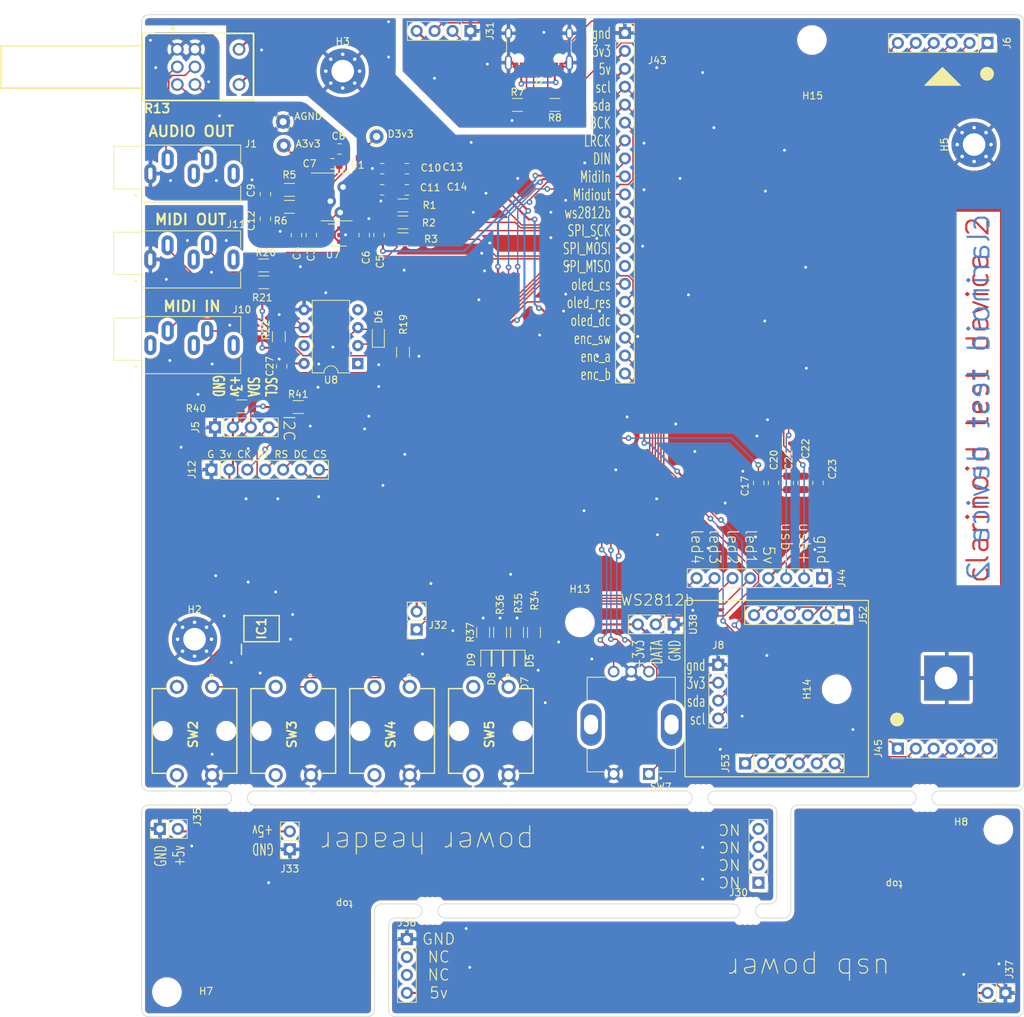
<source format=kicad_pcb>
(kicad_pcb (version 20211014) (generator pcbnew)
  (layers (0 "F.Cu" signal) (31 "B.Cu" signal) (34 "B.Paste" user) (35 "F.Paste" user) (36 "B.SilkS" user "B.Silkscreen") (37 "F.SilkS" user "F.Silkscreen") (38 "B.Mask" user) (39 "F.Mask" user) (44 "Edge.Cuts" user))
  (net 0 "")
  (net 4 "A3v3")
  (net 5 "D3v3")
  (net 7 "dac output L")
  (net 8 "dac output R")
  (net 9 "Net-(C10-Pad1)")
  (net 10 "Net-(J2-PadA5)")
  (net 11 "Net-(J2-PadB5)")
  (net 12 "Net-(D6-Pad1)")
  (net 13 "Net-(D6-Pad2)")
  (net 14 "Net-(C7-Pad1)")
  (net 15 "Net-(C7-Pad2)")
  (net 16 "Net-(C8-Pad1)")
  (net 17 "Net-(C8-Pad2)")
  (net 18 "Net-(R1-Pad2)")
  (net 19 "Net-(R2-Pad2)")
  (net 20 "Net-(R3-Pad2)")
  (net 21 "Net-(R5-Pad1)")
  (net 23 "Net-(R6-Pad1)")
  (net 27 "Net-(IC1-Pad4)")
  (net 28 "Net-(IC1-Pad5)")
  (net 29 "Net-(IC1-Pad6)")
  (net 30 "Net-(IC1-Pad7)")
  (net 31 "Net-(D5-Pad1)")
  (net 32 "Net-(D7-Pad1)")
  (net 33 "Net-(D8-Pad1)")
  (net 34 "Net-(D9-Pad1)")
  (net 39 "Net-(J10-Pad4)")
  (net 41 "Net-(J11-Pad2)")
  (net 45 "Net-(J11-Pad4)")
  (net 47 "audio out L")
  (net 48 "audio out R")
  (net 49 "AGND")
  (net 50 "/USB VIN 5v")
  (net 51 "/USB D+")
  (net 52 "/USB D-")
  (net 53 "/Power board output +5v")
  (net 58 "/power_header/5v input")
  (net 61 "/power_usb/5v input")
  (net 62 "Net-(J45-Pad1)")
  (net 63 "Net-(J45-Pad2)")
  (net 64 "/+3.3v regulator output")
  (net 65 "/I2S_BCK_MM")
  (net 66 "/I2S_LRCK_MM")
  (net 67 "/I2S_DIN_MM")
  (net 68 "/power_header/gnd")
  (net 69 "/power_usb/gnd")
  (net 70 "/gnd from processor")
  (net 71 "/5v regulated")
  (net 72 "/powerboard outp GND")
  (net 73 "/usb gnd")
  (net 74 "/5v from processor")
  (net 75 "Net-(J52-Pad1)")
  (net 76 "Net-(J52-Pad2)")
  (net 77 "Net-(J52-Pad3)")
  (net 78 "Net-(J52-Pad4)")
  (net 79 "Net-(J52-Pad5)")
  (net 80 "Net-(J52-Pad6)")
  (net 81 "Net-(J45-Pad3)")
  (net 82 "Net-(J45-Pad4)")
  (net 83 "Net-(J45-Pad5)")
  (net 84 "Net-(J45-Pad6)")
  (net 85 "/GEN_LED1")
  (net 86 "/GEN_LED2")
  (net 87 "/GEN_LED3")
  (net 88 "/GEN_LED4")
  (net 89 "/I2C_SCL")
  (net 90 "/I2C_SDA")
  (net 91 "/SPI0_SCK")
  (net 92 "/SPI0_MOSI")
  (net 93 "/OLED_RES")
  (net 94 "/OLED_DC")
  (net 95 "/OLED_CS")
  (net 96 "/T00 MIDI IN")
  (net 97 "/T01=MIDI OUT")
  (net 98 "/WS2812_DATA")
  (net 99 "/SPI0_MISO")
  (net 100 "/ENC_SWITCH")
  (net 101 "/ENC_A")
  (net 102 "/ENC_B")
  (footprint "LED_SMD:LED_0603_1608Metric" (layer "F.Cu") (at 384.739304 96.387534 -90)
    (fp_text reference "D5")
    (fp_text value "blue")
  )
  (footprint "Capacitor_SMD:C_0805_2012Metric" (layer "F.Cu") (at 353.084556 36.075729 -90)
    (fp_text reference "C4")
    (fp_text value "0.1uF")
  )
  (footprint "clarinoid2:dev board power board template" (layer "F.Cu") (at 335.729304 143.360034 180)
    (fp_text reference "U18" hide)
    (fp_text value "power template")
  )
  (footprint "Connector_PinSocket_2.54mm:PinSocket_1x03_P2.54mm_Vertical" (layer "F.Cu") (at 406.539304 91.250034 -90)
    (fp_text reference "U38")
    (fp_text value "WS2812")
  )
  (footprint "clarinoid2:dev board power board template" (layer "F.Cu") (at 393.249304 89.970034 -90)
    (fp_text reference "U16" hide)
    (fp_text value "power template")
  )
  (footprint "Capacitor_SMD:C_0805_2012Metric" (layer "F.Cu") (at 422.789304 71.200034 90)
    (fp_text reference "C21")
    (fp_text value "22uF")
  )
  (footprint "LED_SMD:LED_0603_1608Metric" (layer "F.Cu") (at 383.139304 96.387534 -90)
    (fp_text reference "D7")
    (fp_text value "blue")
  )
  (footprint "Resistor_SMD:R_1206_3216Metric" (layer "F.Cu") (at 384.339304 92.387534 90)
    (fp_text reference "R35")
    (fp_text value "470R")
  )
  (footprint "Resistor_SMD:R_1206_3216Metric" (layer "F.Cu") (at 345.339304 60.350034)
    (fp_text reference "R40")
    (fp_text value "4.7k")
  )
  (footprint "MountingHole:MountingHole_3.2mm_M3" (layer "F.Cu") (at 426.129304 8.440034)
    (fp_text reference "H15")
    (fp_text value "MountingHole")
  )
  (footprint "Capacitor_SMD:C_0805_2012Metric" (layer "F.Cu") (at 426.989304 71.200034 90)
    (fp_text reference "C23")
    (fp_text value "0.1uF")
  )
  (footprint "Capacitor_SMD:C_0805_2012Metric" (layer "F.Cu") (at 368.734556 29.675729 180)
    (fp_text reference "C14")
    (fp_text value "0.1uF")
  )
  (footprint "clarinoid2:dev board processor subboard template" (layer "F.Cu") (at 426.129304 8.440034 -90)
    (fp_text reference "U44" hide)
    (fp_text value "processor board template")
  )
  (footprint "LED_SMD:LED_0603_1608Metric" (layer "F.Cu") (at 379.939304 96.387534 -90)
    (fp_text reference "D9")
    (fp_text value "green")
  )
  (footprint "Capacitor_SMD:C_0805_2012Metric" (layer "F.Cu") (at 420.689304 71.200034 90)
    (fp_text reference "C20")
    (fp_text value "22uF")
  )
  (footprint "Connector_PinSocket_2.54mm:PinSocket_1x02_P2.54mm_Vertical" (layer "F.Cu") (at 352.139304 123.120034 180)
    (fp_text reference "J33")
    (fp_text value "header_power tap")
  )
  (footprint "SamacSys_Parts:SOP65P640X110-16N" (layer "F.Cu") (at 348.139304 91.850034 90)
    (fp_text reference "IC1")
    (fp_text value "PCA9554APW,118" hide)
  )
  (footprint "Resistor_SMD:R_1206_3216Metric" (layer "F.Cu") (at 368.184556 52.675729 90)
    (fp_text reference "R19")
    (fp_text value "220R")
  )
  (footprint "MountingHole:MountingHole_3.2mm_M3" (layer "F.Cu") (at 334.729304 143.360034 180)
    (fp_text reference "H7")
    (fp_text value "MountingHole")
  )
  (footprint "MountingHole:MountingHole_3.2mm_M3" (layer "F.Cu") (at 429.629304 100.440034 90)
    (fp_text reference "H14")
    (fp_text value "MountingHole")
  )
  (footprint "Connector_PinSocket_2.54mm:PinSocket_1x06_P2.54mm_Vertical" (layer "F.Cu") (at 438.311804 108.851034 90)
    (fp_text reference "J45")
    (fp_text value "female 1x6")
  )
  (footprint "clarinoid2:SSD1306_128x64_approximate" (layer "F.Cu") (at 334.652448 67.8242)
    (fp_text reference "U12" hide)
    (fp_text value "ssd1306_graphic")
  )
  (footprint "Capacitor_SMD:C_0805_2012Metric" (layer "F.Cu") (at 348.684556 33.775729 -90)
    (fp_text reference "C12")
    (fp_text value "2.2uF")
  )
  (footprint "SamacSys_Parts:B3F-4055" (layer "F.Cu") (at 366.639304 106.350034 90)
    (fp_text reference "SW4")
    (fp_text value "SW_Push" hide)
  )
  (footprint "Capacitor_SMD:C_0805_2012Metric" (layer "F.Cu") (at 350.984556 54.675729 90)
    (fp_text reference "C27")
    (fp_text value "0.1uF")
  )
  (footprint "Connector_PinHeader_2.54mm:PinHeader_1x04_P2.54mm_Vertical" (layer "F.Cu") (at 418.549304 127.850034 180)
    (fp_text reference "J30")
    (fp_text value "4p-manual")
  )
  (footprint "clarinoid2:mouse-bite-2mm-slot" (layer "F.Cu") (at 410.264304 115.850034)
    (fp_text reference "U15" hide)
    (fp_text value "mb1" hide)
  )
  (footprint "SamacSys_Parts:B3F-4055" (layer "F.Cu") (at 352.639304 106.350034 90)
    (fp_text reference "SW3")
    (fp_text value "SW_Push" hide)
  )
  (footprint "Resistor_SMD:R_1206_3216Metric" (layer "F.Cu") (at 353.339304 60.450034)
    (fp_text reference "R41")
    (fp_text value "4.7k")
  )
  (footprint "clarinoid2:mouse-bite-2mm-slot" (layer "F.Cu") (at 416.889342 131.850068)
    (fp_text reference "U50" hide)
    (fp_text value "mb1" hide)
  )
  (footprint "clarinoid2:SWITCHCRAFT_35RAPC4BV4_OvalHoles" (layer "F.Cu") (at 336.184556 51.675729)
    (fp_text reference "J10")
    (fp_text value "MIDI IN")
  )
  (footprint "Connector_PinSocket_2.54mm:PinSocket_1x20_P2.54mm_Vertical" (layer "F.Cu") (at 399.629304 7.440034)
    (fp_text reference "J43")
    (fp_text value "Conn_01x20")
  )
  (footprint "MountingHole:MountingHole_3.2mm_M3_Pad_Via" (layer "F.Cu") (at 338.639304 93.350034)
    (fp_text reference "H2")
    (fp_text value "MountingHole")
  )
  (footprint "Resistor_SMD:R_1206_3216Metric" (layer "F.Cu") (at 384.401804 17.635034)
    (fp_text reference "R7")
    (fp_text value "5.1k")
  )
  (footprint "clarinoid2:MountingHole_3.2mm_M3_Pad_SQUARE" (layer "F.Cu") (at 445.139304 98.850034)
    (fp_text reference "H1" hide)
    (fp_text value "MountingHole" hide)
  )
  (footprint "Capacitor_SMD:C_0805_2012Metric" (layer "F.Cu") (at 359.184556 23.875729 180)
    (fp_text reference "C8")
    (fp_text value "2.2uF")
  )
  (footprint "Capacitor_SMD:C_0805_2012Metric" (layer "F.Cu") (at 364.784556 36.075729 90)
    (fp_text reference "C5")
    (fp_text value "10uF")
  )
  (footprint "NetTie:NetTie-2_SMD_Pad0.5mm" (layer "F.Cu") (at 361.084556 35.375729 90)
    (fp_text reference "NT1" hide)
    (fp_text value "NetTie_2")
  )
  (footprint "Capacitor_SMD:C_0805_2012Metric" (layer "F.Cu") (at 348.684556 30.275729 90)
    (fp_text reference "C9")
    (fp_text value "2.2uF")
  )
  (footprint "Connector_PinSocket_2.54mm:PinSocket_1x08_P2.54mm_Vertical" (layer "F.Cu") (at 427.569304 84.700034 -90)
    (fp_text reference "J44")
    (fp_text value "Conn_01x08")
  )
  (footprint "Connector_PinSocket_2.54mm:PinSocket_1x04_P2.54mm_Vertical" (layer "F.Cu") (at 341.539304 63.325034 90)
    (fp_text reference "J5")
    (fp_text value "header_i2c")
  )
  (footprint "clarinoid2:USB_C_Receptacle_XKB_U262-16XN-4BVC11" (layer "F.Cu") (at 387.439304 8.550034 180)
    (fp_text reference "J2")
    (fp_text value "XKB_U262-16XN-4BVC11 USB-C recept")
  )
  (footprint "LED_SMD:LED_0603_1608Metric" (layer "F.Cu") (at 381.539304 96.387534 -90)
    (fp_text reference "D8")
    (fp_text value "green")
  )
  (footprint "Resistor_SMD:R_1206_3216Metric" (layer "F.Cu") (at 352.084556 32.075729 180)
    (fp_text reference "R6")
    (fp_text value "470R")
  )
  (footprint "SamacSys_Parts:B3F-4055" (layer "F.Cu") (at 338.639304 106.350034 90)
    (fp_text reference "SW2")
    (fp_text value "SW_Push" hide)
  )
  (footprint "TestPoint:TestPoint_THTPad_D2.0mm_Drill1.0mm" (layer "F.Cu") (at 351.193556 20.015729)
    (fp_text reference "TP3" hide)
    (fp_text value "AGND")
  )
  (footprint "Connector_PinSocket_2.54mm:PinSocket_1x06_P2.54mm_Vertical" (layer "F.Cu") (at 430.629304 89.940034 -90)
    (fp_text reference "J52")
    (fp_text value "female 1x6")
  )
  (footprint "TestPoint:TestPoint_THTPad_D2.0mm_Drill1.0mm" (layer "F.Cu") (at 364.433556 22.123229 180)
    (fp_text reference "TP6" hide)
    (fp_text value "D3v3")
  )
  (footprint "Capacitor_SMD:C_0805_2012Metric" (layer "F.Cu") (at 365.234556 29.675729)
    (fp_text reference "C11")
    (fp_text value "10uF")
  )
  (footprint "Resistor_SMD:R_1206_3216Metric" (layer "F.Cu") (at 386.739304 92.387534 90)
    (fp_text reference "R34")
    (fp_text value "470R")
  )
  (footprint "Capacitor_SMD:C_0805_2012Metric" (layer "F.Cu") (at 362.684556 36.075729 90)
    (fp_text reference "C6")
    (fp_text value "0.1uF")
  )
  (footprint "MountingHole:MountingHole_3.2mm_M3" (layer "F.Cu") (at 452.549304 120.340034)
    (fp_text reference "H8")
    (fp_text value "MountingHole")
  )
  (footprint "Package_DIP:DIP-8_W7.62mm" (layer "F.Cu") (at 361.784556 54.275729 180)
    (fp_text reference "U8")
    (fp_text value "6N138")
  )
  (footprint "SamacSys_Parts:PTR902-2020K-A103" (layer "F.Cu") (at 331.19964 12.251424 180)
    (fp_text reference "R13")
    (fp_text value "PTR902-2020K-A103" hide)
  )
  (footprint "Capacitor_SMD:C_0805_2012Metric" (layer "F.Cu") (at 418.589304 71.200034 90)
    (fp_text reference "C17")
    (fp_text value "22uF")
  )
  (footprint "clarinoid2:mouse-bite-2mm-slot" (layer "F.Cu") (at 345.014304 115.850034)
    (fp_text reference "U10" hide)
    (fp_text value "mb1" hide)
  )
  (footprint "Resistor_SMD:R_1206_3216Metric" (layer "F.Cu") (at 348.447056 42.775729)
    (fp_text reference "R21")
    (fp_text value "47R")
  )
  (footprint "MountingHole:MountingHole_3.2mm_M3_Pad_Via" (layer "F.Cu") (at 449.111804 23.251034 90)
    (fp_text reference "H5")
    (fp_text value "MountingHole")
  )
  (footprint "Resistor_SMD:R_1206_3216Metric" (layer "F.Cu") (at 379.539304 92.387534 90)
    (fp_text reference "R37")
    (fp_text value "470R")
  )
  (footprint "Resistor_SMD:R_1206_3216Metric" (layer "F.Cu") (at 350.584556 50.475729 90)
    (fp_text reference "R22")
    (fp_text value "470R")
  )
  (footprint "clarinoid2:dev board captouch board template" (layer "F.Cu") (at 429.629304 100.440034 -90)
    (fp_text reference "U4" hide)
    (fp_text value "captouch board template")
  )
  (footprint "Resistor_SMD:R_1206_3216Metric" (layer "F.Cu") (at 389.701804 17.635034 180)
    (fp_text reference "R8")
    (fp_text value "5.1k")
  )
  (footprint "TestPoint:TestPoint_THTPad_D2.0mm_Drill1.0mm" (layer "F.Cu") (at 351.284556 23.375729 180)
    (fp_text reference "TP8" hide)
    (fp_text value "A3v3")
  )
  (footprint "clarinoid2:dev board power board template" (layer "F.Cu") (at 451.549304 120.340034)
    (fp_text reference "U17" hide)
    (fp_text value "power template")
  )
  (footprint "Connector_PinSocket_2.54mm:PinSocket_1x04_P2.54mm_Vertical" (layer "F.Cu") (at 377.739304 7.150034 -90)
    (fp_text reference "J31")
    (fp_text value "4p")
  )
  (footprint "Resistor_SMD:R_1206_3216Metric" (layer "F.Cu") (at 368.184556 36.675729 180)
    (fp_text reference "R3")
    (fp_text value "22R")
  )
  (footprint "Capacitor_SMD:C_0805_2012Metric" (layer "F.Cu") (at 368.734556 26.668229)
    (fp_text reference "C13")
    (fp_text value "0.1uF")
  )
  (footprint "clarinoid2:SWITCHCRAFT_35RAPC4BV4_OvalHoles" (layer "F.Cu") (at 336.184556 27.375729)
    (fp_text reference "J1")
    (fp_text value "AudioOut")
  )
  (footprint "Resistor_SMD:R_1206_3216Metric" (layer "F.Cu") (at 368.184556 31.875729 180)
    (fp_text reference "R1")
    (fp_text value "22R")
  )
  (footprint "Connector_PinHeader_2.54mm:PinHeader_1x02_P2.54mm_Vertical" (layer "F.Cu") (at 453.549304 143.470034 -90)
    (fp_text reference "J37")
    (fp_text value "header_power tap_MANUAL")
  )
  (footprint "Capacitor_SMD:C_0805_2012Metric" (layer "F.Cu") (at 355.184556 36.075729 -90)
    (fp_text reference "C3")
    (fp_text value "10uF")
  )
  (footprint "Package_SO:TSSOP-20_4.4x6.5mm_P0.65mm" (layer "F.Cu") (at 358.784556 30.675729)
    (fp_text reference "U1")
    (fp_text value "PCM5102A")
  )
  (footprint "Connector_PinSocket_2.54mm:PinSocket_1x07_P2.54mm_Vertical" (layer "F.Cu") (at 341.039304 69.325034 90)
    (fp_text reference "J12")
    (fp_text value "SSD1306")
  )
  (footprint "Connector_PinHeader_2.54mm:PinHeader_1x04_P2.54mm_Vertical" (layer "F.Cu") (at 368.729304 135.850034)
    (fp_text reference "J36")
    (fp_text value "4p MANUAL")
  )
  (footprint "Connector_PinSocket_2.54mm:PinSocket_1x02_P2.54mm_Vertical" (layer "F.Cu") (at 370.119304 91.970034 180)
    (fp_text reference "J32")
    (fp_text value "header_power tap")
  )
  (footprint "SamacSys_Parts:B3F-4055" (layer "F.Cu") (at 380.639304 106.350034 90)
    (fp_text reference "SW5")
    (fp_text value "SW_Push" hide)
  )
  (footprint "Connector_PinSocket_2.54mm:PinSocket_1x04_P2.54mm_Vertical" (layer "F.Cu") (at 412.849304 96.970034)
    (fp_text reference "J8")
    (fp_text value "female 1x4")
  )
  (footprint "Capacitor_SMD:C_0805_2012Metric" (layer "F.Cu") (at 365.234556 26.668229 180)
    (fp_text reference "C10")
    (fp_text value "10uF")
  )
  (footprint "Resistor_SMD:R_1206_3216Metric" (layer "F.Cu") (at 381.939304 92.387534 90)
    (fp_text reference "R36")
    (fp_text value "470R")
  )
  (footprint "MountingHole:MountingHole_3.2mm_M3" (layer "F.Cu") (at 393.249304 90.970034 180)
    (fp_text reference "H13")
    (fp_text value "MountingHole")
  )
  (footprint "clarinoid2:SWITCHCRAFT_35RAPC4BV4_OvalHoles" (layer "F.Cu") (at 336.170343 39.525729)
    (fp_text reference "J11")
    (fp_text value "MIDI OUT")
  )
  (footprint "Connector_PinSocket_2.54mm:PinSocket_1x06_P2.54mm_Vertical" (layer "F.Cu") (at 451.011804 8.851034 -90)
    (fp_text reference "J6")
    (fp_text value "female 1x6")
  )
  (footprint "Diode_SMD:D_SOD-323" (layer "F.Cu") (at 364.684556 50.475729 90)
    (fp_text reference "D6")
    (fp_text value "1N4148WS")
  )
  (footprint "Resistor_SMD:R_1206_3216Metric" (layer "F.Cu") (at 352.084556 29.675729 180)
    (fp_text reference "R5")
    (fp_text value "470R")
  )
  (footprint "MountingHole:MountingHole_3.2mm_M3_Pad_Via" (layer "F.Cu") (at 359.639304 12.850034)
    (fp_text reference "H3")
    (fp_text value "MountingHole")
  )
  (footprint "Connector_PinSocket_2.54mm:PinSocket_1x06_P2.54mm_Vertical" (layer "F.Cu") (at 416.659304 110.940034 90)
    (fp_text reference "J53")
    (fp_text value "female 1x6")
  )
  (footprint "Capacitor_SMD:C_0805_2012Metric" (layer "F.Cu") (at 424.889304 71.200034 90)
    (fp_text reference "C22")
    (fp_text value "22uF")
  )
  (footprint "Resistor_SMD:R_1206_3216Metric" (layer "F.Cu") (at 368.184556 34.275729 180)
    (fp_text reference "R2")
    (fp_text value "22R")
  )
  (footprint "clarinoid2:mouse-bite-2mm-slot" (layer "F.Cu") (at 371.889342 131.850034)
    (fp_text reference "U48" hide)
    (fp_text value "mb1" hide)
  )
  (footprint "Resistor_SMD:R_1206_3216Metric" (layer "F.Cu") (at 348.447056 40.375729)
    (fp_text reference "R20")
    (fp_text value "47R")
  )
  (footprint "Connector_PinHeader_2.54mm:PinHeader_1x02_P2.54mm_Vertical" (layer "F.Cu") (at 333.729304 120.230034 90)
    (fp_text reference "J35")
    (fp_text value "header_power tap-MANUAL")
  )
  (footprint "clarinoid2:mouse-bite-2mm-slot" (layer "F.Cu") (at 442.014304 115.850034)
    (fp_text reference "U9" hide)
    (fp_text value "mb1" hide)
  )
  (footprint "clarinoid2:Bourns_ENC_PEC11R-4215F-S0024" (layer "F.Cu") (at 400.529304 105.440034 180)
    (fp_text reference "SW7")
    (fp_text value "RotaryEncoder_Switch_ABC12")
  )
  (footprint "Capacitor_SMD:C_0805_2012Metric" (layer "F.Cu") (at 358.184556 25.975729)
    (fp_text reference "C7")
    (fp_text value "2.2uF")
  )
  (footprint "Package_TO_SOT_SMD:SOT-23-5" (layer "F.Cu") (at 358.384556 36.075729 180)
    (fp_text reference "U7")
    (fp_text value "TLV75733PDBV")
  )
  (gr_rect (start 408.139304 87.850034) (end 434.139304 112.850034) (layer "F.SilkS") (width 0.15) (fill none))
  (gr_circle (center 450.939304 13.227534) (end 450.939304 12.326146) (layer "F.SilkS") (width 0.15) (fill solid))
  (gr_poly (pts (xy 442.139304 14.850034) (xy 444.639304 12.350034) (xy 447.139304 14.850034)) (layer "F.SilkS") (width 0.15) (fill solid))
  (gr_circle (center 438.189304 104.727534) (end 438.189304 103.826146) (layer "F.SilkS") (width 0.15) (fill solid))
  (gr_arc (start 364.139304 131.850034) (mid 364.432174 131.142883) (end 365.139304 130.850034) (layer "Edge.Cuts") (width 0.1))
  (gr_line (start 419.139304 132.850034) (end 422.139304 132.850034) (layer "Edge.Cuts") (width 0.1))
  (gr_arc (start 332.139304 114.850034) (mid 331.432218 114.557138) (end 331.139304 113.850034) (layer "Edge.Cuts") (width 0.1))
  (gr_line (start 332.139334 146.850004) (end 363.139304 146.850034) (layer "Edge.Cuts") (width 0.1))
  (gr_line (start 332.139334 116.850064) (end 342.889304 116.850034) (layer "Edge.Cuts") (width 0.1))
  (gr_line (start 456.139304 56.850034) (end 456.139304 103.100034) (layer "Edge.Cuts") (width 0.1))
  (gr_arc (start 423.139304 131.850034) (mid 422.846423 132.557161) (end 422.139304 132.850034) (layer "Edge.Cuts") (width 0.1))
  (gr_line (start 456.139304 103.100034) (end 456.139304 113.850034) (layer "Edge.Cuts") (width 0.1))
  (gr_line (start 444.139304 114.850034) (end 455.139304 114.850034) (layer "Edge.Cuts") (width 0.1))
  (gr_line (start 347.139304 114.850034) (end 408.139304 114.850034) (layer "Edge.Cuts") (width 0.1))
  (gr_arc (start 414.889342 130.850068) (mid 415.889304 131.850034) (end 414.889342 132.850068) (layer "Edge.Cuts") (width 0.1))
  (gr_line (start 332.139304 114.850034) (end 342.889304 114.850034) (layer "Edge.Cuts") (width 0.1))
  (gr_arc (start 374.139342 132.850068) (mid 373.139304 131.850034) (end 374.139342 130.850068) (layer "Edge.Cuts") (width 0.1))
  (gr_line (start 332.139304 4.850034) (end 455.139304 4.850034) (layer "Edge.Cuts") (width 0.1))
  (gr_arc (start 412.389304 116.850034) (mid 411.389264 115.850034) (end 412.389304 114.850034) (layer "Edge.Cuts") (width 0.1))
  (gr_arc (start 364.139304 145.850034) (mid 363.846423 146.557161) (end 363.139304 146.850034) (layer "Edge.Cuts") (width 0.1))
  (gr_line (start 367.139304 132.850034) (end 369.889304 132.850034) (layer "Edge.Cuts") (width 0.1))
  (gr_line (start 456.139334 44.100034) (end 456.139304 5.850034) (layer "Edge.Cuts") (width 0.1))
  (gr_line (start 369.889304 130.850034) (end 365.139304 130.850034) (layer "Edge.Cuts") (width 0.1))
  (gr_line (start 439.889304 116.850034) (end 424.139334 116.850064) (layer "Edge.Cuts") (width 0.1))
  (gr_arc (start 331.139334 117.850064) (mid 331.43223 117.142969) (end 332.139334 116.850064) (layer "Edge.Cuts") (width 0.1))
  (gr_arc (start 455.139304 4.850034) (mid 455.846432 5.142925) (end 456.139304 5.850034) (layer "Edge.Cuts") (width 0.1))
  (gr_arc (start 347.139304 116.850034) (mid 346.139266 115.850034) (end 347.139304 114.850034) (layer "Edge.Cuts") (width 0.1))
  (gr_arc (start 423.139334 117.850064) (mid 423.43223 117.142969) (end 424.139334 116.850064) (layer "Edge.Cuts") (width 0.1))
  (gr_arc (start 342.889304 114.850034) (mid 343.889266 115.850034) (end 342.889304 116.850034) (layer "Edge.Cuts") (width 0.1))
  (gr_line (start 408.139304 116.850034) (end 347.139304 116.850034) (layer "Edge.Cuts") (width 0.1))
  (gr_arc (start 456.139304 145.850034) (mid 455.846423 146.557161) (end 455.139304 146.850034) (layer "Edge.Cuts") (width 0.1))
  (gr_arc (start 419.139342 132.850068) (mid 418.139304 131.850034) (end 419.139342 130.850068) (layer "Edge.Cuts") (width 0.1))
  (gr_line (start 456.139334 44.100034) (end 456.139304 56.850034) (layer "Edge.Cuts") (width 0.1))
  (gr_line (start 412.389304 116.850034) (end 420.139304 116.850034) (layer "Edge.Cuts") (width 0.1))
  (gr_line (start 456.139304 145.850034) (end 456.139304 117.850034) (layer "Edge.Cuts") (width 0.1))
  (gr_line (start 364.139304 131.850034) (end 364.139304 145.850034) (layer "Edge.Cuts") (width 0.1))
  (gr_arc (start 444.139304 116.850034) (mid 443.139264 115.850034) (end 444.139304 114.850034) (layer "Edge.Cuts") (width 0.1))
  (gr_line (start 414.889304 132.850034) (end 374.139304 132.850034) (layer "Edge.Cuts") (width 0.1))
  (gr_arc (start 421.139304 129.850034) (mid 420.846423 130.557161) (end 420.139304 130.850034) (layer "Edge.Cuts") (width 0.1))
  (gr_arc (start 332.139334 146.850004) (mid 331.432233 146.557116) (end 331.139334 145.850004) (layer "Edge.Cuts") (width 0.1))
  (gr_arc (start 369.889342 130.850068) (mid 370.889304 131.850034) (end 369.889342 132.850068) (layer "Edge.Cuts") (width 0.1))
  (gr_arc (start 367.139304 146.850034) (mid 366.432212 146.557137) (end 366.139304 145.850034) (layer "Edge.Cuts") (width 0.1))
  (gr_line (start 374.139304 130.850034) (end 414.889304 130.850034) (layer "Edge.Cuts") (width 0.1))
  (gr_line (start 421.139304 117.850034) (end 421.139304 129.850034) (layer "Edge.Cuts") (width 0.1))
  (gr_arc (start 455.139304 116.850034) (mid 455.84639 117.14293) (end 456.139304 117.850034) (layer "Edge.Cuts") (width 0.1))
  (gr_arc (start 439.889304 114.850034) (mid 440.889266 115.850034) (end 439.889304 116.850034) (layer "Edge.Cuts") (width 0.1))
  (gr_line (start 331.139304 113.850034) (end 331.139304 5.850034) (layer "Edge.Cuts") (width 0.1))
  (gr_arc (start 408.139304 114.850034) (mid 409.139266 115.850034) (end 408.139304 116.850034) (layer "Edge.Cuts") (width 0.1))
  (gr_arc (start 366.139304 133.850034) (mid 366.432174 133.142883) (end 367.139304 132.850034) (layer "Edge.Cuts") (width 0.1))
  (gr_line (start 331.139334 145.850004) (end 331.139334 117.850064) (layer "Edge.Cuts") (width 0.1))
  (gr_line (start 455.139304 116.850034) (end 444.139304 116.850034) (layer "Edge.Cuts") (width 0.1))
  (gr_line (start 455.139304 146.850034) (end 367.139304 146.850034) (layer "Edge.Cuts") (width 0.1))
  (gr_line (start 366.139304 145.850034) (end 366.139304 133.850034) (layer "Edge.Cuts") (width 0.1))
  (gr_line (start 423.139304 131.850034) (end 423.139334 117.850064) (layer "Edge.Cuts") (width 0.1))
  (gr_arc (start 420.139304 116.850034) (mid 420.84639 117.14293) (end 421.139304 117.850034) (layer "Edge.Cuts") (width 0.1))
  (gr_line (start 420.139304 130.850034) (end 419.139304 130.850034) (layer "Edge.Cuts") (width 0.1))
  (gr_arc (start 456.139304 113.850034) (mid 455.846405 114.557156) (end 455.139304 114.850034) (layer "Edge.Cuts") (width 0.1))
  (gr_arc (start 331.139304 5.850034) (mid 331.432192 5.142942) (end 332.139304 4.850034) (layer "Edge.Cuts") (width 0.1))
  (gr_line (start 412.389304 114.850034) (end 439.889304 114.850034) (layer "Edge.Cuts") (width 0.1))
  (gr_text "clarinoid test device 2" (at 449.629304 59.440034 90) (layer "F.Cu") (effects (font (size 3 3) (thickness 0.3))))
  (gr_text "clarinoid test device 2" (at 449.779304 59.040034 90) (layer "B.Cu") (effects (font (size 3 3) (thickness 0.3)) (justify mirror)))
  (gr_text "G 3v CK DT RS DC CS\n" (at 348.913561 67.156178) (layer "F.SilkS") (effects (font (size 1 1))))
  (gr_text "MIDI IN" (at 338.284556 46.175729) (layer "F.SilkS") (effects (font (size 1.5 1.5) (thickness 0.3))))
  (gr_text "power header" (at 371.639304 122.150034 180) (layer "F.SilkS") (effects (font (size 3 3))))
  (gr_text "AUDIO OUT" (at 338.184556 21.375729) (layer "F.SilkS") (effects (font (size 1.5 1.5) (thickness 0.3))))
  (gr_text "gnd\n3v3\n5v\nscl\nsda\nBCK\nLRCK\nDIN\nMidiIn\nMidiout\nws2812b\nSPI_SCK\nSPI_MOSI\nSPI_MISO\noled_cs\noled_res\noled_dc\nenc_sw\nenc_a\nenc_b" (at 397.739304 31.650034) (layer "F.SilkS") (effects (font (size 1.58 1)) (justify right)))
  (gr_text "D3v3" (at 367.839304 21.750034) (layer "F.SilkS") (effects (font (size 1 1))))
  (gr_text "GND\n+5v\n" (at 335.139304 122.450034 90) (layer "F.SilkS") (effects (font (size 1.6 1)) (justify right)))
  (gr_text "WS2812b" (at 404.229304 87.805034) (layer "F.SilkS") (effects (font (size 1.54 1.54))))
  (gr_text "gnd\n3v3\nsda\nscl" (at 411.139304 100.850034) (layer "F.SilkS") (effects (font (size 1.58 1)) (justify right)))
  (gr_text "GND\nNC\nNC\n5v" (at 373.239304 139.650034) (layer "F.SilkS") (effects (font (size 1.58 1.54))))
  (gr_text "AGND" (at 354.739304 19.250034) (layer "F.SilkS") (effects (font (size 1 1))))
  (gr_text "top" (at 359.869304 130.876034 180) (layer "F.SilkS") (effects (font (size 1 1))))
  (gr_text "SCL\nSDA\n+3v\nGND" (at 345.739304 59.150034 270) (layer "F.SilkS") (effects (font (size 1.54 1) (thickness 0.25)) (justify right)))
  (gr_text "I2C" (at 352.039304 63.450034 270) (layer "F.SilkS") (effects (font (size 1.54 1.54))))
  (gr_text "MIDI OUT" (at 338.084556 33.875729) (layer "F.SilkS") (effects (font (size 1.5 1.5) (thickness 0.3))))
  (gr_text "+3v3\nDATA\nGND" (at 404.139304 93.350034 90) (layer "F.SilkS") (effects (font (size 1.6 1)) (justify right)))
  (gr_text "GND\n+5v\n" (at 346.709304 121.785034 180) (layer "F.SilkS") (effects (font (size 1.6 1)) (justify right)))
  (gr_text "top" (at 437.769304 128.076034 180) (layer "F.SilkS") (effects (font (size 1 1))))
  (gr_text "NC\nNC\nNC\nNC" (at 414.439304 124.050034 180) (layer "F.SilkS") (effects (font (size 1.54 1.54))))
  (gr_text "A3v3" (at 354.739304 23.150034) (layer "F.SilkS") (effects (font (size 1 1))))
  (gr_text "usb power" (at 425.739304 140.050034 180) (layer "F.SilkS") (effects (font (size 3 3))))
  (gr_text "gnd\nusb+\nusb-\n5v\nled1\nled2\nled3\nled4" (at 418.739304 82.850034 270) (layer "F.SilkS") (effects (font (size 1.58 1.54)) (justify right)))
  (segment (start 353.686707 27.750729) (end 352.635036 28.8024) (width 0.3) (layer "F.Cu") (net 4))
  (segment (start 357.084556 37.025729) (end 355.184556 35.125729) (width 0.3) (layer "F.Cu") (net 4))
  (segment (start 353.084556 34.415012) (end 353.084556 35.125729) (width 0.3) (layer "F.Cu") (net 4))
  (segment (start 355.184556 35.125729) (end 353.084556 35.125729) (width 0.3) (layer "F.Cu") (net 4))
  (segment (start 352.635036 28.8024) (end 352.635036 34.676209) (width 0.3) (layer "F.Cu") (net 4))
  (segment (start 355.198839 32.300729) (end 353.084556 34.415012) (width 0.3) (layer "F.Cu") (net 4))
  (segment (start 355.922056 27.750729) (end 353.686707 27.750729) (width 0.3) (layer "F.Cu") (net 4))
  (segment (start 351.284556 23.375729) (end 355.659556 27.750729) (width 0.3) (layer "F.Cu") (net 4))
  (segment (start 352.635036 34.676209) (end 353.084556 35.125729) (width 0.3) (layer "F.Cu") (net 4))
  (segment (start 355.922056 32.300729) (end 355.198839 32.300729) (width 0.3) (layer "F.Cu") (net 4))
  (segment (start 361.647056 27.73288) (end 363.786227 25.593709) (width 0.3) (layer "F.Cu") (net 5))
  (segment (start 358.510036 36.432636) (end 359.103129 37.025729) (width 0.3) (layer "F.Cu") (net 5))
  (segment (start 361.647056 27.750729) (end 361.647056 24.909729) (width 0.3) (layer "F.Cu") (net 5))
  (segment (start 360.560036 34.351209) (end 360.560036 30.064532) (width 0.3) (layer "F.Cu") (net 5))
  (segment (start 359.772056 34.875729) (end 359.522056 35.125729) (width 0.3) (layer "F.Cu") (net 5))
  (segment (start 361.647056 29.700729) (end 362.370273 29.700729) (width 0.3) (layer "F.Cu") (net 5))
  (segment (start 362.370273 29.700729) (end 363.469793 28.601209) (width 0.3) (layer "F.Cu") (net 5))
  (segment (start 360.560036 30.064532) (end 360.923839 29.700729) (width 0.3) (layer "F.Cu") (net 5))
  (segment (start 359.103129 35.125729) (end 358.510036 35.718822) (width 0.3) (layer "F.Cu") (net 5))
  (segment (start 361.647056 24.909729) (end 364.433556 22.123229) (width 0.3) (layer "F.Cu") (net 5))
  (segment (start 361.084556 34.875729) (end 360.560036 34.351209) (width 0.3) (layer "F.Cu") (net 5))
  (segment (start 366.184556 29.675729) (end 367.784556 29.675729) (width 0.3) (layer "F.Cu") (net 5))
  (segment (start 358.510036 35.718822) (end 358.510036 36.432636) (width 0.3) (layer "F.Cu") (net 5))
  (segment (start 363.469793 28.601209) (end 365.110036 28.601209) (width 0.3) (layer "F.Cu") (net 5))
  (segment (start 368.634076 25.9449) (end 368.634076 28.826209) (width 0.3) (layer "F.Cu") (net 5))
  (segment (start 363.786227 25.593709) (end 368.282885 25.593709) (width 0.3) (layer "F.Cu") (net 5))
  (segment (start 368.282885 25.593709) (end 368.634076 25.9449) (width 0.3) (layer "F.Cu") (net 5))
  (segment (start 368.634076 28.826209) (end 367.784556 29.675729) (width 0.3) (layer "F.Cu") (net 5))
  (segment (start 361.084556 34.875729) (end 359.772056 34.875729) (width 0.3) (layer "F.Cu") (net 5))
  (segment (start 365.110036 28.601209) (end 366.184556 29.675729) (width 0.3) (layer "F.Cu") (net 5))
  (segment (start 360.923839 29.700729) (end 361.647056 29.700729) (width 0.3) (layer "F.Cu") (net 5))
  (segment (start 350.622056 29.013229) (end 336.184556 14.575729) (width 0.2) (layer "F.Cu") (net 7))
  (segment (start 349.072056 31.225729) (end 350.622056 29.675729) (width 0.2) (layer "F.Cu") (net 7))
  (segment (start 350.622056 32.075729) (end 349.872056 32.825729) (width 0.2) (layer "F.Cu") (net 8))
  (segment (start 351.484076 27.375249) (end 338.684556 14.575729) (width 0.2) (layer "F.Cu") (net 8))
  (segment (start 350.622056 32.075729) (end 351.484076 31.213709) (width 0.2) (layer "F.Cu") (net 8))
  (segment (start 349.872056 32.825729) (end 348.684556 32.825729) (width 0.2) (layer "F.Cu") (net 8))
  (segment (start 351.484076 31.213709) (end 351.484076 27.375249) (width 0.2) (layer "F.Cu") (net 8))
  (segment (start 367.784556 26.668229) (end 366.184556 26.668229) (width 0.2) (layer "F.Cu") (net 9))
  (segment (start 365.160036 27.692749) (end 366.184556 26.668229) (width 0.2) (layer "F.Cu") (net 9))
  (segment (start 361.647056 29.050729) (end 362.299562 29.050729) (width 0.2) (layer "F.Cu") (net 9))
  (segment (start 363.657542 27.692749) (end 365.160036 27.692749) (width 0.2) (layer "F.Cu") (net 9))
  (segment (start 362.299562 29.050729) (end 363.657542 27.692749) (width 0.2) (layer "F.Cu") (net 9))
  (segment (start 388.689304 12.220034) (end 388.689304 17.185034) (width 0.2) (layer "F.Cu") (net 10))
  (segment (start 385.689304 12.220034) (end 385.689304 17.460034) (width 0.2) (layer "F.Cu") (net 11))
  (segment (start 364.684556 51.525729) (end 361.994556 51.525729) (width 0.2) (layer "F.Cu") (net 12))
  (segment (start 367.872056 51.525729) (end 364.684556 51.525729) (width 0.2) (layer "F.Cu") (net 12))
  (segment (start 350.341239 50.48455) (end 347.832898 47.976209) (width 0.2) (layer "F.Cu") (net 13))
  (segment (start 336.534076 47.976209) (end 334.834556 49.675729) (width 0.2) (layer "F.Cu") (net 13))
  (segment (start 364.684556 49.425729) (end 362.014556 49.425729) (width 0.2) (layer "F.Cu") (net 13))
  (segment (start 360.495735 50.48455) (end 350.341239 50.48455) (width 0.2) (layer "F.Cu") (net 13))
  (segment (start 347.832898 47.976209) (end 336.534076 47.976209) (width 0.2) (layer "F.Cu") (net 13))
  (segment (start 361.784556 49.195729) (end 360.495735 50.48455) (width 0.2) (layer "F.Cu") (net 13))
  (segment (start 355.922056 28.400729) (end 356.574562 28.400729) (width 0.2) (layer "F.Cu") (net 14))
  (segment (start 357.234556 27.740735) (end 357.234556 25.975729) (width 0.2) (layer "F.Cu") (net 14))
  (segment (start 356.574562 28.400729) (end 357.234556 27.740735) (width 0.2) (layer "F.Cu") (net 14))
  (segment (start 355.922056 29.700729) (end 356.574562 29.700729) (width 0.2) (layer "F.Cu") (net 15))
  (segment (start 356.574562 29.700729) (end 359.134556 27.140735) (width 0.2) (layer "F.Cu") (net 15))
  (segment (start 359.134556 27.140735) (end 359.134556 25.975729) (width 0.2) (layer "F.Cu") (net 15))
  (segment (start 355.922056 30.350729) (end 356.574562 30.350729) (width 0.2) (layer "F.Cu") (net 16))
  (segment (start 356.574562 30.350729) (end 360.134556 26.790735) (width 0.2) (layer "F.Cu") (net 16))
  (segment (start 360.134556 26.790735) (end 360.134556 23.875729) (width 0.2) (layer "F.Cu") (net 16))
  (segment (start 358.234556 27.390735) (end 358.234556 23.875729) (width 0.2) (layer "F.Cu") (net 17))
  (segment (start 356.574562 29.050729) (end 358.234556 27.390735) (width 0.2) (layer "F.Cu") (net 17))
  (segment (start 355.922056 29.050729) (end 356.574562 29.050729) (width 0.2) (layer "F.Cu") (net 17))
  (segment (start 361.647056 31.000729) (end 363.320311 31.000729) (width 0.2) (layer "F.Cu") (net 18))
  (segment (start 363.320311 31.000729) (end 364.494812 32.17523) (width 0.2) (layer "F.Cu") (net 18))
  (segment (start 364.494812 32.17523) (end 366.422555 32.17523) (width 0.2) (layer "F.Cu") (net 18))
  (segment (start 361.647056 31.650729) (end 363.405318 31.650729) (width 0.2) (layer "F.Cu") (net 19))
  (segment (start 366.030318 34.275729) (end 366.722056 34.275729) (width 0.2) (layer "F.Cu") (net 19))
  (segment (start 363.405318 31.650729) (end 366.030318 34.275729) (width 0.2) (layer "F.Cu") (net 19))
  (segment (start 363.461694 32.300729) (end 365.809076 34.648111) (width 0.2) (layer "F.Cu") (net 20))
  (segment (start 365.809076 35.762749) (end 366.722056 36.675729) (width 0.2) (layer "F.Cu") (net 20))
  (segment (start 365.809076 34.648111) (end 365.809076 35.762749) (width 0.2) (layer "F.Cu") (net 20))
  (segment (start 361.647056 32.300729) (end 363.461694 32.300729) (width 0.2) (layer "F.Cu") (net 20))
  (segment (start 355.26955 31.000729) (end 353.94455 29.675729) (width 0.2) (layer "F.Cu") (net 21))
  (segment (start 355.922056 31.000729) (end 355.26955 31.000729) (width 0.2) (layer "F.Cu") (net 21))
  (segment (start 355.922056 31.650729) (end 353.972056 31.650729) (width 0.2) (layer "F.Cu") (net 23))
  (segment (start 343.439804 100.100034) (end 347.814304 95.725534) (width 0.2) (layer "F.Cu") (net 27))
  (segment (start 347.814304 95.725534) (end 347.814304 94.788034) (width 0.2) (layer "F.Cu") (net 27))
  (segment (start 341.139304 100.100034) (end 343.439804 100.100034) (width 0.2) (layer "F.Cu") (net 27))
  (segment (start 352.838804 100.100034) (end 348.464304 95.725534) (width 0.2) (layer "F.Cu") (net 28))
  (segment (start 348.464304 95.725534) (end 348.464304 94.788034) (width 0.2) (layer "F.Cu") (net 28))
  (segment (start 355.139304 100.100034) (end 352.838804 100.100034) (width 0.2) (layer "F.Cu") (net 28))
  (segment (start 352.189293 98.800523) (end 367.839793 98.800523) (width 0.2) (layer "F.Cu") (net 29))
  (segment (start 349.114304 94.788034) (end 349.114304 95.725534) (width 0.2) (layer "F.Cu") (net 29))
  (segment (start 367.839793 98.800523) (end 369.139304 100.100034) (width 0.2) (layer "F.Cu") (net 29))
  (segment (start 349.114304 95.725534) (end 352.189293 98.800523) (width 0.2) (layer "F.Cu") (net 29))
  (segment (start 352.388804 98.350034) (end 381.389304 98.350034) (width 0.2) (layer "F.Cu") (net 30))
  (segment (start 349.764304 95.725534) (end 352.388804 98.350034) (width 0.2) (layer "F.Cu") (net 30))
  (segment (start 381.389304 98.350034) (end 383.139304 100.100034) (width 0.2) (layer "F.Cu") (net 30))
  (segment (start 349.764304 94.788034) (end 349.764304 95.725534) (width 0.2) (layer "F.Cu") (net 30))
  (segment (start 386.739304 93.850034) (end 384.989304 95.600034) (width 0.2) (layer "F.Cu") (net 31))
  (segment (start 384.339304 93.850034) (end 383.139304 95.050034) (width 0.2) (layer "F.Cu") (net 32))
  (segment (start 383.139304 95.050034) (end 383.139304 95.600034) (width 0.2) (layer "F.Cu") (net 32))
  (segment (start 381.939304 93.850034) (end 381.939304 95.200034) (width 0.2) (layer "F.Cu") (net 33))
  (segment (start 381.939304 95.200034) (end 381.539304 95.600034) (width 0.2) (layer "F.Cu") (net 33))
  (segment (start 379.539304 93.850034) (end 379.539304 95.200034) (width 0.2) (layer "F.Cu") (net 34))
  (segment (start 379.539304 95.200034) (end 379.939304 95.600034) (width 0.2) (layer "F.Cu") (net 34))
  (segment (start 351.950092 51.076209) (end 354.050101 53.176218) (width 0.2) (layer "F.Cu") (net 39))
  (segment (start 340.434556 49.675729) (end 348.967424 49.675729) (width 0.2) (layer "F.Cu") (net 39))
  (segment (start 350.367904 51.076209) (end 351.950092 51.076209) (width 0.2) (layer "F.Cu") (net 39))
  (segment (start 348.967424 49.675729) (end 350.367904 51.076209) (width 0.2) (layer "F.Cu") (net 39))
  (segment (start 367.222545 53.176218) (end 368.184556 54.138229) (width 0.2) (layer "F.Cu") (net 39))
  (segment (start 354.050101 53.176218) (end 367.222545 53.176218) (width 0.2) (layer "F.Cu") (net 39))
  (segment (start 334.820343 38.025729) (end 339.570343 42.775729) (width 0.2) (layer "F.Cu") (net 41))
  (segment (start 339.570343 42.775729) (end 346.984556 42.775729) (width 0.2) (layer "F.Cu") (net 41))
  (segment (start 340.420343 38.025729) (end 342.139304 39.74469) (width 0.2) (layer "F.Cu") (net 45))
  (segment (start 342.139304 40.350034) (end 343.11451 41.32524) (width 0.2) (layer "F.Cu") (net 45))
  (segment (start 346.035045 41.32524) (end 346.984556 40.375729) (width 0.2) (layer "F.Cu") (net 45))
  (segment (start 343.11451 41.32524) (end 346.035045 41.32524) (width 0.2) (layer "F.Cu") (net 45))
  (segment (start 342.139304 39.74469) (end 342.139304 40.350034) (width 0.2) (layer "F.Cu") (net 45))
  (segment (start 336.184556 12.075729) (end 334.585534 13.674751) (width 0.2) (layer "F.Cu") (net 47))
  (segment (start 334.585534 13.674751) (end 334.585534 25.126707) (width 0.2) (layer "F.Cu") (net 47))
  (segment (start 335.512006 13.450935) (end 334.985045 13.977896) (width 0.2) (layer "F.Cu") (net 48))
  (segment (start 338.684556 12.075729) (end 337.30935 13.450935) (width 0.2) (layer "F.Cu") (net 48))
  (segment (start 337.30935 13.450935) (end 335.512006 13.450935) (width 0.2) (layer "F.Cu") (net 48))
  (segment (start 334.985045 13.977896) (end 334.985045 19.926218) (width 0.2) (layer "F.Cu") (net 48))
  (segment (start 334.985045 19.926218) (end 340.434556 25.375729) (width 0.2) (layer "F.Cu") (net 48))
  (segment (start 348.684556 34.725729) (end 350.984556 37.025729) (width 0.2) (layer "F.Cu") (net 49))
  (segment (start 356.574562 32.950729) (end 357.884556 31.640735) (width 0.2) (layer "F.Cu") (net 49))
  (segment (start 347.660036 33.701209) (end 348.684556 34.725729) (width 0.2) (layer "F.Cu") (net 49))
  (segment (start 348.684556 29.325729) (end 347.660036 30.350249) (width 0.2) (layer "F.Cu") (net 49))
  (segment (start 357.884556 31.640735) (end 357.884556 31.275729) (width 0.2) (layer "F.Cu") (net 49))
  (segment (start 355.922056 32.950729) (end 356.574562 32.950729) (width 0.2) (layer "F.Cu") (net 49))
  (segment (start 353.084556 37.025729) (end 355.184556 37.025729) (width 0.2) (layer "F.Cu") (net 49))
  (segment (start 347.660036 30.350249) (end 347.660036 33.701209) (width 0.2) (layer "F.Cu") (net 49))
  (segment (start 350.984556 37.025729) (end 353.084556 37.025729) (width 0.2) (layer "F.Cu") (net 49))
  (via (at 333.139304 12.350034) (size 0.8) (drill 0.4) (layers "F.Cu" "B.Cu") (net 49))
  (via (at 335.239304 28.350034) (size 0.8) (drill 0.4) (layers "F.Cu" "B.Cu") (net 49))
  (via (at 346.783556 28.248229) (size 0.8) (drill 0.4) (layers "F.Cu" "B.Cu") (net 49))
  (via (at 357.884556 31.275729) (size 1.6) (drill 0.8) (layers "F.Cu" "B.Cu") (net 49))
  (via (at 340.639304 14.350034) (size 0.8) (drill 0.4) (layers "F.Cu" "B.Cu") (net 49))
  (via (at 342.184556 19.175729) (size 0.8) (drill 0.4) (layers "F.Cu" "B.Cu") (net 49))
  (via (at 350.783556 35.548229) (size 0.8) (drill 0.4) (layers "F.Cu" "B.Cu") (net 49))
  (via (at 332.384556 8.475729) (size 0.8) (drill 0.4) (layers "F.Cu" "B.Cu") (net 49))
  (via (at 341.739304 28.350034) (size 0.8) (drill 0.4) (layers "F.Cu" "B.Cu") (net 49))
  (segment (start 389.689304 14.300034) (end 389.839304 14.450034) (width 0.3) (layer "F.Cu") (net 50))
  (segment (start 384.939304 14.650034) (end 384.939304 12.270034) (width 0.3) (layer "F.Cu") (net 50))
  (segment (start 384.889304 13.144056) (end 384.889304 12.220034) (width 0.3) (layer "F.Cu") (net 50))
  (segment (start 377.419304 14.450034) (end 383.583326 14.450034) (width 0.3) (layer "F.Cu") (net 50))
  (segment (start 370.119304 7.150034) (end 377.419304 14.450034) (width 0.3) (layer "F.Cu") (net 50))
  (segment (start 389.689304 12.220034) (end 389.689304 14.300034) (width 0.3) (layer "F.Cu") (net 50))
  (segment (start 383.583326 14.450034) (end 384.889304 13.144056) (width 0.3) (layer "F.Cu") (net 50))
  (segment (start 384.939304 12.270034) (end 384.889304 12.220034) (width 0.3) (layer "F.Cu") (net 50))
  (segment (start 384.889304 12.220034) (end 385.223825 11.885513) (width 0.2) (layer "F.Cu") (net 50))
  (via (at 384.939304 14.650034) (size 0.8) (drill 0.4) (layers "F.Cu" "B.Cu") (net 50))
  (via (at 389.839304 14.450034) (size 0.8) (drill 0.4) (layers "F.Cu" "B.Cu") (net 50))
  (segment (start 385.139304 14.450034) (end 384.939304 14.650034) (width 0.3) (layer "B.Cu") (net 50))
  (segment (start 389.839304 14.450034) (end 385.139304 14.450034) (width 0.3) (layer "B.Cu") (net 50))
  (segment (start 406.539304 13.374298) (end 406.428463 13.485138) (width 0.2) (layer "F.Cu") (net 51))
  (segment (start 384.858612 9.614342) (end 386.689304 11.445034) (width 0.2) (layer "F.Cu") (net 51))
  (segment (start 393.639304 17.750034) (end 393.639304 14.344379) (width 0.2) (layer "F.Cu") (net 51))
  (segment (start 393.639304 14.344379) (end 399.15316 8.830523) (width 0.2) (layer "F.Cu") (net 51))
  (segment (start 377.663612 9.614342) (end 377.874996 9.614342) (width 0.2) (layer "F.Cu") (net 51))
  (segment (start 422.139304 65.950034) (end 424.839304 68.650034) (width 0.2) (layer "F.Cu") (net 51))
  (segment (start 406.852727 13.909402) (end 406.963567 13.798561) (width 0.2) (layer "F.Cu") (net 51))
  (segment (start 399.15316 8.830523) (end 402.419793 8.830523) (width 0.2) (layer "F.Cu") (net 51))
  (segment (start 386.689304 11.445034) (end 386.689304 12.220034) (width 0.2) (layer "F.Cu") (net 51))
  (segment (start 388.139666 19.250034) (end 392.139304 19.250034) (width 0.2) (layer "F.Cu") (net 51))
  (segment (start 386.739793 11.345523) (end 387.638815 11.345523) (width 0.2) (layer "F.Cu") (net 51))
  (segment (start 387.139304 16.544436) (end 387.139304 18.249672) (width 0.2) (layer "F.Cu") (net 51))
  (segment (start 386.689304 12.220034) (end 386.689304 16.094436) (width 0.2) (layer "F.Cu") (net 51))
  (segment (start 406.852728 13.909401) (end 406.852727 13.909402) (width 0.2) (layer "F.Cu") (net 51))
  (segment (start 378.774996 10.219793) (end 378.774996 9.008891) (width 0.2) (layer "F.Cu") (net 51))
  (segment (start 407.387832 13.798562) (end 422.139304 28.550034) (width 0.2) (layer "F.Cu") (net 51))
  (segment (start 379.974996 10.219793) (end 379.974996 9.008891) (width 0.2) (layer "F.Cu") (net 51))
  (segment (start 386.689304 16.094436) (end 387.139304 16.544436) (width 0.2) (layer "F.Cu") (net 51))
  (segment (start 386.689304 11.396012) (end 386.739793 11.345523) (width 0.2) (layer "F.Cu") (net 51))
  (segment (start 380.874996 9.614342) (end 384.858612 9.614342) (width 0.2) (layer "F.Cu") (net 51))
  (segment (start 379.374996 9.008891) (end 379.374996 10.219793) (width 0.2) (layer "F.Cu") (net 51))
  (segment (start 387.689304 11.396012) (end 387.689304 12.220034) (width 0.2) (layer "F.Cu") (net 51))
  (segment (start 375.199304 7.150034) (end 377.663612 9.614342) (width 0.2) (layer "F.Cu") (net 51))
  (segment (start 402.419793 8.830523) (end 406.539304 12.950034) (width 0.2) (layer "F.Cu") (net 51))
  (segment (start 407.387831 13.798561) (end 407.387832 13.798562) (width 0.2) (layer "F.Cu") (net 51))
  (segment (start 387.139304 18.249672) (end 388.139666 19.250034) (width 0.2) (layer "F.Cu") (net 51))
  (segment (start 378.174996 9.914342) (end 378.174996 10.219793) (width 0.2) (layer "F.Cu") (net 51))
  (segment (start 380.574996 9.008891) (end 380.574996 9.314342) (width 0.2) (layer "F.Cu") (net 51))
  (segment (start 422.139304 28.550034) (end 422.139304 65.950034) (width 0.2) (layer "F.Cu") (net 51))
  (segment (start 406.539303 13.374299) (end 406.539304 13.374298) (width 0.2) (layer "F.Cu") (net 51))
  (segment (start 392.139304 19.250034) (end 393.639304 17.750034) (width 0.2) (layer "F.Cu") (net 51))
  (segment (start 387.638815 11.345523) (end 387.689304 11.396012) (width 0.2) (layer "F.Cu") (net 51))
  (segment (start 386.689304 12.220034) (end 386.689304 11.396012) (width 0.2) (layer "F.Cu") (net 51))
  (via (at 424.839304 68.650034) (size 0.8) (drill 0.4) (layers "F.Cu" "B.Cu") (net 51))
  (arc (start 379.374996 10.219793) (mid 379.462864 10.431925) (end 379.674996 10.519793) (width 0.2) (layer "F.Cu") (net 51))
  (arc (start 406.428463 13.909402) (mid 406.640596 13.99727) (end 406.852728 13.909401) (width 0.2) (layer "F.Cu") (net 51))
  (arc (start 378.474996 10.519793) (mid 378.687128 10.431925) (end 378.774996 10.219793) (width 0.2) (layer "F.Cu") (net 51))
  (arc (start 380.574996 9.314342) (mid 380.662864 9.526474) (end 380.874996 9.614342) (width 0.2) (layer "F.Cu") (net 51))
  (arc (start 406.539304 12.950034) (mid 406.627172 13.162167) (end 406.539303 13.374299) (width 0.2) (layer "F.Cu") (net 51))
  (arc (start 379.974996 9.008891) (mid 380.062864 8.796759) (end 380.274996 8.708891) (width 0.2) (layer "F.Cu") (net 51))
  (arc (start 377.874996 9.614342) (mid 378.087128 9.70221) (end 378.174996 9.914342) (width 0.2) (layer "F.Cu") (net 51))
  (arc (start 379.074996 8.708891) (mid 379.287128 8.796759) (end 379.374996 9.008891) (width 0.2) (layer "F.Cu") (net 51))
  (arc (start 406.428463 13.485138) (mid 406.340595 13.69727) (end 406.428463 13.909402) (width 0.2) (layer "F.Cu") (net 51))
  (arc (start 406.963567 13.798561) (mid 407.175699 13.710693) (end 407.387831 13.798561) (width 0.2) (layer "F.Cu") (net 51))
  (arc (start 379.674996 10.519793) (mid 379.887128 10.431925) (end 379.974996 10.219793) (width 0.2) (layer "F.Cu") (net 51))
  (arc (start 378.174996 10.219793) (mid 378.262864 10.431925) (end 378.474996 10.519793) (width 0.2) (layer "F.Cu") (net 51))
  (arc (start 378.774996 9.008891) (mid 378.862864 8.796759) (end 379.074996 8.708891) (width 0.2) (layer "F.Cu") (net 51))
  (arc (start 380.274996 8.708891) (mid 380.487128 8.796759) (end 380.574996 9.008891) (width 0.2) (layer "F.Cu") (net 51))
  (segment (start 425.029304 68.840034) (end 424.839304 68.650034) (width 0.2) (layer "B.Cu") (net 51))
  (segment (start 425.029304 84.700034) (end 425.029304 68.840034) (width 0.2) (layer "B.Cu") (net 51))
  (segment (start 388.189304 12.220034) (end 388.189304 11.396012) (width 0.2) (layer "F.Cu") (net 52))
  (segment (start 392.090476 8.574554) (end 394.914996 5.750034) (width 0.2) (layer "F.Cu") (net 52))
  (segment (start 411.464375 17.19584) (end 411.464374 17.19584) (width 0.2) (layer "F.Cu") (net 52))
  (segment (start 391.010762 8.574554) (end 392.090476 8.574554) (width 0.2) (layer "F.Cu") (net 52))
  (segment (start 400.238326 5.750034) (end 407.488815 13.000523) (width 0.2) (layer "F.Cu") (net 52))
  (segment (start 410.285696 14.870539) (end 409.767322 15.388909) (width 0.2) (layer "F.Cu") (net 52))
  (segment (start 412.831274 17.416117) (end 412.579972 17.667416) (width 0.2) (layer "F.Cu") (net 52))
  (segment (start 411.888638 17.510224) (end 411.888638 17.510225) (width 0.2) (layer "F.Cu") (net 52))
  (segment (start 411.040112 16.661698) (end 411.040112 16.661699) (width 0.2) (layer "F.Cu") (net 52))
  (segment (start 372.659304 7.150034) (end 373.808815 6.000523) (width 0.2) (layer "F.Cu") (net 52))
  (segment (start 410.246525 15.758233) (end 410.709956 15.294799) (width 0.2) (layer "F.Cu") (net 52))
  (segment (start 411.134222 15.719065) (end 410.615848 16.237435) (width 0.2) (layer "F.Cu") (net 52))
  (segment (start 409.397999 14.909707) (end 409.86143 14.446273) (width 0.2) (layer "F.Cu") (net 52))
  (segment (start 387.189304 13.044056) (end 387.239793 13.094545) (width 0.2) (layer "F.Cu") (net 52))
  (segment (start 384.689303 7.085669) (end 384.689304 7.085668) (width 0.2) (layer "F.Cu") (net 52))
  (segment (start 410.615848 16.347314) (end 410.930233 16.661699) (width 0.2) (layer "F.Cu") (net 52))
  (segment (start 387.239793 13.094545) (end 388.138815 13.094545) (width 0.2) (layer "F.Cu") (net 52))
  (segment (start 411.095051 16.606759) (end 411.558482 16.143325) (width 0.2) (layer "F.Cu") (net 52))
  (segment (start 411.982748 16.567591) (end 411.464374 17.085961) (width 0.2) (layer "F.Cu") (net 52))
  (segment (start 408.07027 13.801736) (end 408.384655 14.116121) (width 0.2) (layer "F.Cu") (net 52))
  (segment (start 408.070271 13.801736) (end 408.07027 13.801736) (width 0.2) (layer "F.Cu") (net 52))
  (segment (start 408.07027 13.691857) (end 408.588644 13.173487) (width 0.2) (layer "F.Cu") (net 52))
  (segment (start 384.689304 7.371302) (end 384.827933 7.509931) (width 0.2) (layer "F.Cu") (net 52))
  (segment (start 408.494534 14.11612) (end 408.494534 14.116121) (width 0.2) (layer "F.Cu") (net 52))
  (segment (start 422.839304 28.351012) (end 422.839304 64.450034) (width 0.2) (layer "F.Cu") (net 52))
  (segment (start 409.767323 15.498788) (end 409.767322 15.498788) (width 0.2) (layer "F.Cu") (net 52))
  (segment (start 412.831273 17.416118) (end 412.831274 17.416117) (width 0.2) (layer "F.Cu") (net 52))
  (segment (start 411.464374 17.19584) (end 411.778759 17.510225) (width 0.2) (layer "F.Cu") (net 52))
  (segment (start 410.285695 14.87054) (end 410.285696 14.870539) (width 0.2) (layer "F.Cu") (net 52))
  (segment (start 408.588643 13.173488) (end 408.588644 13.173487) (width 0.2) (layer "F.Cu") (net 52))
  (segment (start 409.437169 14.022014) (end 409.43717 14.022013) (width 0.2) (layer "F.Cu") (net 52))
  (segment (start 388.189304 10.300034) (end 388.189304 12.220034) (width 0.2) (layer "F.Cu") (net 52))
  (segment (start 373.808815 6.000523) (end 383.889793 6.000523) (width 0.2) (layer "F.Cu") (net 52))
  (segment (start 411.888638 17.510225) (end 412.155708 17.243151) (width 0.2) (layer "F.Cu") (net 52))
  (segment (start 409.767322 15.498788) (end 410.081707 15.813173) (width 0.2) (layer "F.Cu") (net 52))
  (segment (start 408.918797 14.650262) (end 408.918796 14.650262) (width 0.2) (layer "F.Cu") (net 52))
  (segment (start 407.91308 13.000522) (end 407.913079 13.000523) (width 0.2) (layer "F.Cu") (net 52))
  (segment (start 411.134221 15.719066) (end 411.134222 15.719065) (width 0.2) (layer "F.Cu") (net 52))
  (segment (start 388.189304 11.396012) (end 391.010762 8.574554) (width 0.2) (layer "F.Cu") (net 52))
  (segment (start 388.189304 13.044056) (end 388.189304 12.220034) (width 0.2) (layer "F.Cu") (net 52))
  (segment (start 409.34306 14.964647) (end 409.397999 14.909707) (width 0.2) (layer "F.Cu") (net 52))
  (segment (start 409.43717 14.022013) (end 408.918796 14.540383) (width 0.2) (layer "F.Cu") (net 52))
  (segment (start 411.982747 16.567592) (end 411.982748 16.567591) (width 0.2) (layer "F.Cu") (net 52))
  (segment (start 407.913079 13.000523) (end 408.16438 12.749223) (width 0.2) (layer "F.Cu") (net 52))
  (segment (start 385.399202 7.509931) (end 385.537832 7.648562) (width 0.2) (layer "F.Cu") (net 52))
  (segment (start 411.040112 16.661699) (end 411.095051 16.606759) (width 0.2) (layer "F.Cu") (net 52))
  (segment (start 408.918796 14.650262) (end 409.233181 14.964647) (width 0.2) (layer "F.Cu") (net 52))
  (segment (start 408.494534 14.116121) (end 408.549473 14.061181) (width 0.2) (layer "F.Cu") (net 52))
  (segment (start 410.191586 15.813173) (end 410.246525 15.758233) (width 0.2) (layer "F.Cu") (net 52))
  (segment (start 412.155708 17.243151) (end 412.407008 16.991851) (width 0.2) (layer "F.Cu") (net 52))
  (segment (start 385.537832 7.648562) (end 388.189304 10.300034) (width 0.2) (layer "F.Cu") (net 52))
  (segment (start 410.615849 16.347314) (end 410.615848 16.347314) (width 0.2) (layer "F.Cu") (net 52))
  (segment (start 383.889793 6.000523) (end 384.689304 6.800034) (width 0.2) (layer "F.Cu") (net 52))
  (segment (start 410.191586 15.813172) (end 410.191586 15.813173) (width 0.2) (layer "F.Cu") (net 52))
  (segment (start 388.138815 13.094545) (end 388.189304 13.044056) (width 0.2) (layer "F.Cu") (net 52))
  (segment (start 394.914996 5.750034) (end 400.238326 5.750034) (width 0.2) (layer "F.Cu") (net 52))
  (segment (start 408.549473 14.061181) (end 409.012904 13.597747) (width 0.2) (layer "F.Cu") (net 52))
  (segment (start 387.189304 12.220034) (end 387.189304 13.044056) (width 0.2) (layer "F.Cu") (net 52))
  (segment (start 385.113567 7.509931) (end 385.113568 7.509931) (width 0.2) (layer "F.Cu") (net 52))
  (segment (start 412.579972 18.09168) (end 422.839304 28.351012) (width 0.2) (layer "F.Cu") (net 52))
  (segment (start 409.34306 14.964646) (end 409.34306 14.964647) (width 0.2) (layer "F.Cu") (net 52))
  (via (at 422.839304 64.450034) (size 0.8) (drill 0.4) (layers "F.Cu" "B.Cu") (net 52))
  (arc (start 409.767322 15.388909) (mid 409.744566 15.443849) (end 409.767323 15.498788) (width 0.2) (layer "F.Cu") (net 52))
  (arc (start 409.012904 13.597747) (mid 409.225038 13.509881) (end 409.43717 13.597749) (width 0.2) (layer "F.Cu") (net 52))
  (arc (start 408.588644 12.749223) (mid 408.676511 12.961355) (end 408.588643 13.173488) (width 0.2) (layer "F.Cu") (net 52))
  (arc (start 384.689304 6.800034) (mid 384.74846 6.942852) (end 384.689303 7.085669) (width 0.2) (layer "F.Cu") (net 52))
  (arc (start 412.407008 16.991851) (mid 412.619142 16.903985) (end 412.831274 16.991853) (width 0.2) (layer "F.Cu") (net 52))
  (arc (start 410.285696 14.446275) (mid 410.373563 14.658407) (end 410.285695 14.87054) (width 0.2) (layer "F.Cu") (net 52))
  (arc (start 412.831274 16.991853) (mid 412.919141 17.203985) (end 412.831273 17.416118) (width 0.2) (layer "F.Cu") (net 52))
  (arc (start 411.982748 16.143327) (mid 412.070615 16.355459) (end 411.982747 16.567592) (width 0.2) (layer "F.Cu") (net 52))
  (arc (start 408.07027 13.691857) (mid 408.047514 13.746797) (end 408.070271 13.801736) (width 0.2) (layer "F.Cu") (net 52))
  (arc (start 410.709956 15.294799) (mid 410.92209 15.206933) (end 411.134222 15.294801) (width 0.2) (layer "F.Cu") (net 52))
  (arc (start 409.86143 14.446273) (mid 410.073564 14.358407) (end 410.285696 14.446275) (width 0.2) (layer "F.Cu") (net 52))
  (arc (start 408.918796 14.540383) (mid 408.89604 14.595323) (end 408.918797 14.650262) (width 0.2) (layer "F.Cu") (net 52))
  (arc (start 410.930233 16.661699) (mid 410.985173 16.684455) (end 411.040112 16.661698) (width 0.2) (layer "F.Cu") (net 52))
  (arc (start 410.081707 15.813173) (mid 410.136647 15.835929) (end 410.191586 15.813172) (width 0.2) (layer "F.Cu") (net 52))
  (arc (start 408.384655 14.116121) (mid 408.439595 14.138877) (end 408.494534 14.11612) (width 0.2) (layer "F.Cu") (net 52))
  (arc (start 410.615848 16.237435) (mid 410.593092 16.292375) (end 410.615849 16.347314) (width 0.2) (layer "F.Cu") (net 52))
  (arc (start 384.689304 7.085668) (mid 384.630147 7.228485) (end 384.689304 7.371302) (width 0.2) (layer "F.Cu") (net 52))
  (arc (start 409.43717 13.597749) (mid 409.525037 13.809881) (end 409.437169 14.022014) (width 0.2) (layer "F.Cu") (net 52))
  (arc (start 385.113568 7.509931) (mid 385.256385 7.450774) (end 385.399202 7.509931) (width 0.2) (layer "F.Cu") (net 52))
  (arc (start 412.579972 17.667416) (mid 412.492104 17.879548) (end 412.579972 18.09168) (width 0.2) (layer "F.Cu") (net 52))
  (arc (start 407.488815 13.000523) (mid 407.700949 13.088392) (end 407.91308 13.000522) (width 0.2) (layer "F.Cu") (net 52))
  (arc (start 408.16438 12.749223) (mid 408.376512 12.661355) (end 408.588644 12.749223) (width 0.2) (layer "F.Cu") (net 52))
  (arc (start 411.464374 17.085961) (mid 411.441618 17.140901) (end 411.464375 17.19584) (width 0.2) (layer "F.Cu") (net 52))
  (arc (start 384.827933 7.509931) (mid 384.97075 7.569088) (end 385.113567 7.509931) (width 0.2) (layer "F.Cu") (net 52))
  (arc (start 409.233181 14.964647) (mid 409.288121 14.987403) (end 409.34306 14.964646) (width 0.2) (layer "F.Cu") (net 52))
  (arc (start 411.134222 15.294801) (mid 411.222089 15.506933) (end 411.134221 15.719066) (width 0.2) (layer "F.Cu") (net 52))
  (arc (start 411.558482 16.143325) (mid 411.770616 16.055459) (end 411.982748 16.143327) (width 0.2) (layer "F.Cu") (net 52))
  (arc (start 411.778759 17.510225) (mid 411.833699 17.532981) (end 411.888638 17.510224) (width 0.2) (layer "F.Cu") (net 52))
  (segment (start 422.489304 64.800034) (end 422.839304 64.450034) (width 0.2) (layer "B.Cu") (net 52))
  (segment (start 422.489304 84.700034) (end 422.489304 64.800034) (width 0.2) (layer "B.Cu") (net 52))
  (segment (start 346.250541 8.450523) (end 361.739793 8.450523) (width 0.3) (layer "F.Cu") (net 53))
  (segment (start 370.119304 61.870034) (end 383.839304 48.150034) (width 0.3) (layer "F.Cu") (net 53))
  (segment (start 370.119304 89.430034) (end 370.119304 61.870034) (width 0.3) (layer "F.Cu") (net 53))
  (segment (start 361.739793 8.450523) (end 385.939304 32.650034) (width 0.3) (layer "F.Cu") (net 53))
  (segment (start 344.94964 9.751424) (end 346.250541 8.450523) (width 0.3) (layer "F.Cu") (net 53))
  (segment (start 383.839304 48.150034) (end 384.339304 48.150034) (width 0.3) (layer "F.Cu") (net 53))
  (via (at 384.339304 48.150034) (size 0.8) (drill 0.4) (layers "F.Cu" "B.Cu") (net 53))
  (via (at 385.939304 32.650034) (size 0.8) (drill 0.4) (layers "F.Cu" "B.Cu") (net 53))
  (segment (start 385.389803 33.199535) (end 385.389803 47.099535) (width 0.3) (layer "B.Cu") (net 53))
  (segment (start 385.939304 32.650034) (end 385.389803 33.199535) (width 0.3) (layer "B.Cu") (net 53))
  (segment (start 385.389803 47.099535) (end 384.339304 48.150034) (width 0.3) (layer "B.Cu") (net 53))
  (segment (start 352.139304 120.580034) (end 336.619304 120.580034) (width 0.3) (layer "F.Cu") (net 58))
  (segment (start 451.009304 143.470034) (end 368.729304 143.470034) (width 0.3) (layer "F.Cu") (net 61))
  (segment (start 419.747815 107.851523) (end 437.312293 107.851523) (width 0.2) (layer "F.Cu") (net 62))
  (segment (start 437.312293 107.851523) (end 438.311804 108.851034) (width 0.2) (layer "F.Cu") (net 62))
  (segment (start 416.659304 110.940034) (end 419.747815 107.851523) (width 0.2) (layer "F.Cu") (net 62))
  (segment (start 419.199304 110.940034) (end 421.888304 108.251034) (width 0.2) (layer "F.Cu") (net 63))
  (segment (start 433.611804 108.251034) (end 435.361315 110.000545) (width 0.2) (layer "F.Cu") (net 63))
  (segment (start 421.888304 108.251034) (end 433.611804 108.251034) (width 0.2) (layer "F.Cu") (net 63))
  (segment (start 435.361315 110.000545) (end 439.702293 110.000545) (width 0.2) (layer "F.Cu") (net 63))
  (segment (start 439.702293 110.000545) (end 440.851804 108.851034) (width 0.2) (layer "F.Cu") (net 63))
  (segment (start 401.459304 91.250034) (end 396.339304 91.250034) (width 0.3) (layer "F.Cu") (net 64))
  (segment (start 412.849304 99.510034) (end 409.719304 99.510034) (width 0.3) (layer "F.Cu") (net 64))
  (segment (start 362.684556 37.025729) (end 364.784556 37.025729) (width 0.3) (layer "F.Cu") (net 64))
  (segment (start 344.079304 60.552534) (end 344.079304 63.325034) (width 0.3) (layer "F.Cu") (net 64))
  (segment (start 394.639304 27.650034) (end 386.939304 27.650034) (width 0.3) (layer "F.Cu") (net 64))
  (segment (start 365.339304 38.350034) (end 365.339304 37.580477) (width 0.3) (layer "F.Cu") (net 64))
  (segment (start 349.909556 40.375729) (end 348.239304 42.045981) (width 0.3) (layer "F.Cu") (net 64))
  (segment (start 337.839304 101.950034) (end 337.839304 99.169802) (width 0.3) (layer "F.Cu") (net 64))
  (segment (start 365.339304 37.580477) (end 364.784556 37.025729) (width 0.3) (layer "F.Cu") (net 64))
  (segment (start 351.876804 60.450034) (end 348.439304 60.450034) (width 0.3) (layer "F.Cu") (net 64))
  (segment (start 344.079304 68.825034) (end 343.579304 69.325034) (width 0.3) (layer "F.Cu") (net 64))
  (segment (start 395.339793 14.269545) (end 395.339793 26.949545) (width 0.3) (layer "F.Cu") (net 64))
  (segment (start 348.239304 42.045981) (end 348.239304 46.850034) (width 0.3) (layer "F.Cu") (net 64))
  (segment (start 338.539304 102.650034) (end 337.839304 101.950034) (width 0.3) (layer "F.Cu") (net 64))
  (segment (start 343.579304 69.325034) (end 343.579304 86.590034) (width 0.3) (layer "F.Cu") (net 64))
  (segment (start 348.239304 52.050034) (end 350.472751 52.050034) (width 0.3) (layer "F.Cu") (net 64))
  (segment (start 349.909556 40.375729) (end 351.684273 38.601012) (width 0.3) (layer "F.Cu") (net 64))
  (segment (start 409.719304 99.510034) (end 401.459304 91.250034) (width 0.3) (layer "F.Cu") (net 64))
  (segment (start 344.079304 63.325034) (end 344.079304 68.825034) (width 0.3) (layer "F.Cu") (net 64))
  (segment (start 361.084556 35.875729) (end 361.534556 35.875729) (width 0.3) (layer "F.Cu") (net 64))
  (segment (start 396.339304 91.250034) (end 384.939304 102.650034) (width 0.3) (layer "F.Cu") (net 64))
  (segment (start 395.339793 26.949545) (end 394.639304 27.650034) (width 0.3) (layer "F.Cu") (net 64))
  (segment (start 348.439304 60.450034) (end 348.339304 60.350034) (width 0.3) (layer "F.Cu") (net 64))
  (segment (start 343.579304 86.590034) (end 345.864304 88.875034) (width 0.3) (layer "F.Cu") (net 64))
  (segment (start 363.209273 38.601012) (end 364.784556 37.025729) (width 0.3) (layer "F.Cu") (net 64))
  (segment (start 345.864304 91.144802) (end 345.864304 88.912034) (width 0.3) (layer "F.Cu") (net 64))
  (segment (start 361.534556 35.875729) (end 362.684556 37.025729) (width 0.3) (layer "F.Cu") (net 64))
  (segment (start 399.629304 9.980034) (end 395.339793 14.269545) (width 0.3) (layer "F.Cu") (net 64))
  (segment (start 384.939304 102.650034) (end 338.539304 102.650034) (width 0.3) (layer "F.Cu") (net 64))
  (segment (start 343.876804 60.350034) (end 343.876804 58.645981) (width 0.3) (layer "F.Cu") (net 64))
  (segment (start 337.839304 99.169802) (end 345.864304 91.144802) (width 0.3) (layer "F.Cu") (net 64))
  (segment (start 351.684273 38.601012) (end 363.209273 38.601012) (width 0.3) (layer "F.Cu") (net 64))
  (segment (start 343.876804 58.645981) (end 350.584556 51.938229) (width 0.3) (layer "F.Cu") (net 64))
  (via (at 348.239304 46.850034) (size 0.8) (drill 0.4) (layers "F.Cu" "B.Cu") (net 64))
  (via (at 348.239304 52.050034) (size 0.8) (drill 0.4) (layers "F.Cu" "B.Cu") (net 64))
  (via (at 365.339304 38.350034) (size 0.8) (drill 0.4) (layers "F.Cu" "B.Cu") (net 64))
  (via (at 348.339304 60.350034) (size 0.8) (drill 0.4) (layers "F.Cu" "B.Cu") (net 64))
  (via (at 386.939304 27.650034) (size 0.8) (drill 0.4) (layers "F.Cu" "B.Cu") (net 64))
  (segment (start 348.339304 60.350034) (end 347.054304 60.350034) (width 0.3) (layer "B.Cu") (net 64))
  (segment (start 347.054304 60.350034) (end 344.079304 63.325034) (width 0.3) (layer "B.Cu") (net 64))
  (segment (start 348.239304 46.850034) (end 348.239304 52.050034) (width 0.3) (layer "B.Cu") (net 64))
  (segment (start 386.939304 28.250034) (end 386.939304 27.650034) (width 0.3) (layer "B.Cu") (net 64))
  (segment (start 376.839304 38.350034) (end 386.939304 28.250034) (width 0.3) (layer "B.Cu") (net 64))
  (segment (start 365.339304 38.350034) (end 376.839304 38.350034) (width 0.3) (layer "B.Cu") (net 64))
  (segment (start 381.339304 39.050034) (end 388.309316 39.050034) (width 0.2) (layer "F.Cu") (net 65))
  (segment (start 372.364999 37.049871) (end 372.364999 36.975729) (width 0.2) (layer "F.Cu") (net 65))
  (segment (start 369.647056 36.675729) (end 371.464999 36.675729) (width 0.2) (layer "F.Cu") (net 65))
  (segment (start 400.105448 28.909545) (end 400.778815 28.236178) (width 0.2) (layer "F.Cu") (net 65))
  (segment (start 398.449805 28.909545) (end 400.105448 28.909545) (width 0.2) (layer "F.Cu") (net 65))
  (segment (start 388.309316 39.050034) (end 398.449805 28.909545) (width 0.2) (layer "F.Cu") (net 65))
  (segment (start 371.764999 36.975729) (end 371.764999 37.049871) (width 0.2) (layer "F.Cu") (net 65))
  (segment (start 372.664999 36.675729) (end 378.964999 36.675729) (width 0.2) (layer "F.Cu") (net 65))
  (segment (start 400.778815 28.236178) (end 400.778815 21.289545) (width 0.2) (layer "F.Cu") (net 65))
  (segment (start 400.778815 21.289545) (end 399.629304 20.140034) (width 0.2) (layer "F.Cu") (net 65))
  (segment (start 378.964999 36.675729) (end 381.339304 39.050034) (width 0.2) (layer "F.Cu") (net 65))
  (arc (start 371.464999 36.675729) (mid 371.677131 36.763597) (end 371.764999 36.975729) (width 0.2) (layer "F.Cu") (net 65))
  (arc (start 371.764999 37.049871) (mid 371.852867 37.262003) (end 372.064999 37.349871) (width 0.2) (layer "F.Cu") (net 65))
  (arc (start 372.064999 37.349871) (mid 372.277131 37.262003) (end 372.364999 37.049871) (width 0.2) (layer "F.Cu") (net 65))
  (arc (start 372.364999 36.975729) (mid 372.452867 36.763597) (end 372.664999 36.675729) (width 0.2) (layer "F.Cu") (net 65))
  (segment (start 390.111413 34.650034) (end 397.087836 27.673612) (width 0.2) (layer "F.Cu") (net 66))
  (segment (start 374.213609 31.175729) (end 374.213609 32.575729) (width 0.2) (layer "F.Cu") (net 66))
  (segment (start 382.229993 31.875729) (end 385.004297 34.650033) (width 0.2) (layer "F.Cu") (net 66))
  (segment (start 375.713609 31.875729) (end 382.229993 31.875729) (width 0.2) (layer "F.Cu") (net 66))
  (segment (start 374.813609 32.575729) (end 374.813609 31.175729) (width 0.2) (layer "F.Cu") (net 66))
  (segment (start 375.413609 31.175729) (end 375.413609 31.575729) (width 0.2) (layer "F.Cu") (net 66))
  (segment (start 373.613609 32.575729) (end 373.613609 31.175729) (width 0.2) (layer "F.Cu") (net 66))
  (segment (start 373.013609 31.175729) (end 373.013609 32.575729) (width 0.2) (layer "F.Cu") (net 66))
  (segment (start 372.413609 31.575729) (end 372.413609 31.175729) (width 0.2) (layer "F.Cu") (net 66))
  (segment (start 385.004297 34.650033) (end 390.111413 34.650034) (width 0.2) (layer "F.Cu") (net 66))
  (segment (start 397.087836 25.221502) (end 399.629304 22.680034) (width 0.2) (layer "F.Cu") (net 66))
  (segment (start 397.087836 27.673612) (end 397.087836 25.221502) (width 0.2) (layer "F.Cu") (net 66))
  (segment (start 369.647056 31.875729) (end 372.113609 31.875729) (width 0.2) (layer "F.Cu") (net 66))
  (arc (start 373.013609 32.575729) (mid 373.101477 32.787861) (end 373.313609 32.875729) (width 0.2) (layer "F.Cu") (net 66))
  (arc (start 372.713609 30.875729) (mid 372.925741 30.963597) (end 373.013609 31.175729) (width 0.2) (layer "F.Cu") (net 66))
  (arc (start 374.213609 32.575729) (mid 374.301477 32.787861) (end 374.513609 32.875729) (width 0.2) (layer "F.Cu") (net 66))
  (arc (start 372.413609 31.175729) (mid 372.501477 30.963597) (end 372.713609 30.875729) (width 0.2) (layer "F.Cu") (net 66))
  (arc (start 373.913609 30.875729) (mid 374.125741 30.963597) (end 374.213609 31.175729) (width 0.2) (layer "F.Cu") (net 66))
  (arc (start 372.113609 31.875729) (mid 372.325741 31.787861) (end 372.413609 31.575729) (width 0.2) (layer "F.Cu") (net 66))
  (arc (start 375.113609 30.875729) (mid 375.325741 30.963597) (end 375.413609 31.175729) (width 0.2) (layer "F.Cu") (net 66))
  (arc (start 373.613609 31.175729) (mid 373.701477 30.963597) (end 373.913609 30.875729) (width 0.2) (layer "F.Cu") (net 66))
  (arc (start 373.313609 32.875729) (mid 373.525741 32.787861) (end 373.613609 32.575729) (width 0.2) (layer "F.Cu") (net 66))
  (arc (start 375.413609 31.575729) (mid 375.501477 31.787861) (end 375.713609 31.875729) (width 0.2) (layer "F.Cu") (net 66))
  (arc (start 374.513609 32.875729) (mid 374.725741 32.787861) (end 374.813609 32.575729) (width 0.2) (layer "F.Cu") (net 66))
  (arc (start 374.813609 31.175729) (mid 374.901477 30.963597) (end 375.113609 30.875729) (width 0.2) (layer "F.Cu") (net 66))
  (segment (start 376.613609 34.275729) (end 384.064999 34.275729) (width 0.2) (layer "F.Cu") (net 67))
  (segment (start 390.276897 35.049544) (end 399.629304 25.697137) (width 0.2) (layer "F.Cu") (net 67))
  (segment (start 373.313609 33.592378) (end 373.313609 34.70908) (width 0.2) (layer "F.Cu") (net 67))
  (segment (start 372.113609 33.592378) (end 372.113609 34.70908) (width 0.2) (layer "F.Cu") (net 67))
  (segment (start 369.647056 34.275729) (end 371.213609 34.275729) (width 0.2) (layer "F.Cu") (net 67))
  (segment (start 374.513609 33.592378) (end 374.513609 34.70908) (width 0.2) (layer "F.Cu") (net 67))
  (segment (start 384.064999 34.275729) (end 384.838814 35.049544) (width 0.2) (layer "F.Cu") (net 67))
  (segment (start 384.838814 35.049544) (end 390.276897 35.049544) (width 0.2) (layer "F.Cu") (net 67))
  (segment (start 372.713609 34.70908) (end 372.713609 33.592378) (width 0.2) (layer "F.Cu") (net 67))
  (segment (start 376.313609 34.70908) (end 376.313609 34.575729) (width 0.2) (layer "F.Cu") (net 67))
  (segment (start 375.713609 33.592378) (end 375.713609 34.70908) (width 0.2) (layer "F.Cu") (net 67))
  (segment (start 373.913609 34.70908) (end 373.913609 33.592378) (width 0.2) (layer "F.Cu") (net 67))
  (segment (start 375.113609 34.70908) (end 375.113609 33.592378) (width 0.2) (layer "F.Cu") (net 67))
  (segment (start 371.513609 33.975729) (end 371.513609 33.592378) (width 0.2) (layer "F.Cu") (net 67))
  (arc (start 371.213609 34.275729) (mid 371.425741 34.187861) (end 371.513609 33.975729) (width 0.2) (layer "F.Cu") (net 67))
  (arc (start 376.313609 34.575729) (mid 376.401477 34.363597) (end 376.613609 34.275729) (width 0.2) (layer "F.Cu") (net 67))
  (arc (start 371.813609 33.292378) (mid 372.025741 33.380246) (end 372.113609 33.592378) (width 0.2) (layer "F.Cu") (net 67))
  (arc (start 373.613609 35.00908) (mid 373.825741 34.921212) (end 373.913609 34.70908) (width 0.2) (layer "F.Cu") (net 67))
  (arc (start 375.413609 33.292378) (mid 375.625741 33.380246) (end 375.713609 33.592378) (width 0.2) (layer "F.Cu") (net 67))
  (arc (start 375.713609 34.70908) (mid 375.801477 34.921212) (end 376.013609 35.00908) (width 0.2) (layer "F.Cu") (net 67))
  (arc (start 373.313609 34.70908) (mid 373.401477 34.921212) (end 373.613609 35.00908) (width 0.2) (layer "F.Cu") (net 67))
  (arc (start 376.013609 35.00908) (mid 376.225741 34.921212) (end 376.313609 34.70908) (width 0.2) (layer "F.Cu") (net 67))
  (arc (start 374.213609 33.292378) (mid 374.425741 33.380246) (end 374.513609 33.592378) (width 0.2) (layer "F.Cu") (net 67))
  (arc (start 373.013609 33.292378) (mid 373.225741 33.380246) (end 373.313609 33.592378) (width 0.2) (layer "F.Cu") (net 67))
  (arc (start 371.513609 33.592378) (mid 371.601477 33.380246) (end 371.813609 33.292378) (width 0.2) (layer "F.Cu") (net 67))
  (arc (start 373.913609 33.592378) (mid 374.001477 33.380246) (end 374.213609 33.292378) (width 0.2) (layer "F.Cu") (net 67))
  (arc (start 375.113609 33.592378) (mid 375.201477 33.380246) (end 375.413609 33.292378) (width 0.2) (layer "F.Cu") (net 67))
  (arc (start 372.113609 34.70908) (mid 372.201477 34.921212) (end 372.413609 35.00908) (width 0.2) (layer "F.Cu") (net 67))
  (arc (start 374.513609 34.70908) (mid 374.601477 34.921212) (end 374.813609 35.00908) (width 0.2) (layer "F.Cu") (net 67))
  (arc (start 374.813609 35.00908) (mid 375.025741 34.921212) (end 375.113609 34.70908) (width 0.2) (layer "F.Cu") (net 67))
  (arc (start 372.413609 35.00908) (mid 372.625741 34.921212) (end 372.713609 34.70908) (width 0.2) (layer "F.Cu") (net 67))
  (arc (start 372.713609 33.592378) (mid 372.801477 33.380246) (end 373.013609 33.292378) (width 0.2) (layer "F.Cu") (net 67))
  (via (at 338.239304 122.650034) (size 0.8) (drill 0.4) (layers "F.Cu" "B.Cu") (net 68))
  (via (at 349.139304 127.850034) (size 0.8) (drill 0.4) (layers "F.Cu" "B.Cu") (net 68))
  (via (at 410.639304 127.350034) (size 0.8) (drill 0.4) (layers "F.Cu" "B.Cu") (net 68))
  (via (at 410.639304 122.850034) (size 0.8) (drill 0.4) (layers "F.Cu" "B.Cu") (net 68))
  (segment (start 445.929304 135.850034) (end 368.729304 135.850034) (width 0.2) (layer "F.Cu") (net 69))
  (segment (start 453.549304 143.470034) (end 445.929304 135.850034) (width 0.2) (layer "F.Cu") (net 69))
  (via (at 377.639304 139.850034) (size 0.8) (drill 0.4) (layers "F.Cu" "B.Cu") (net 69))
  (via (at 452.639304 139.350034) (size 0.8) (drill 0.4) (layers "F.Cu" "B.Cu") (net 69))
  (via (at 447.639304 140.850034) (size 0.8) (drill 0.4) (layers "F.Cu" "B.Cu") (net 69))
  (via (at 377.139304 134.350034) (size 0.8) (drill 0.4) (layers "F.Cu" "B.Cu") (net 69))
  (segment (start 363.609556 30.350729) (end 361.647056 30.350729) (width 0.2) (layer "F.Cu") (net 70))
  (segment (start 358.251056 33.600729) (end 359.183556 32.668229) (width 0.2) (layer "F.Cu") (net 70))
  (segment (start 360.559556 28.400729) (end 359.684556 29.275729) (width 0.2) (layer "F.Cu") (net 70))
  (segment (start 364.284556 29.675729) (end 363.609556 30.350729) (width 0.2) (layer "F.Cu") (net 70))
  (segment (start 363.339304 34.470981) (end 362.684556 35.125729) (width 0.2) (layer "F.Cu") (net 70))
  (segment (start 365.039304 30.430477) (end 364.284556 29.675729) (width 0.2) (layer "F.Cu") (net 70))
  (segment (start 362.684556 35.125729) (end 364.784556 35.125729) (width 0.2) (layer "F.Cu") (net 70))
  (segment (start 355.922056 33.600729) (end 358.251056 33.600729) (width 0.2) (layer "F.Cu") (net 70))
  (segment (start 365.039304 31.250034) (end 365.039304 30.430477) (width 0.2) (layer "F.Cu") (net 70))
  (segment (start 361.647056 28.400729) (end 360.559556 28.400729) (width 0.2) (layer "F.Cu") (net 70))
  (segment (start 361.647056 33.600729) (end 361.647056 34.088229) (width 0.2) (layer "F.Cu") (net 70))
  (segment (start 361.647056 34.088229) (end 362.684556 35.125729) (width 0.2) (layer "F.Cu") (net 70))
  (segment (start 363.339304 33.750034) (end 363.339304 34.470981) (width 0.2) (layer "F.Cu") (net 70))
  (via (at 394.939304 96.150034) (size 0.8) (drill 0.4) (layers "F.Cu" "B.Cu") (net 70))
  (via (at 407.439304 28.050034) (size 0.8) (drill 0.4) (layers "F.Cu" "B.Cu") (net 70))
  (via (at 350.639304 53.650034) (size 0.8) (drill 0.4) (layers "F.Cu" "B.Cu") (net 70))
  (via (at 410.639304 13.050034) (size 0.8) (drill 0.4) (layers "F.Cu" "B.Cu") (net 70))
  (via (at 391.239304 44.450034) (size 0.8) (drill 0.4) (layers "F.Cu" "B.Cu") (net 70))
  (via (at 341.139304 54.350034) (size 0.8) (drill 0.4) (layers "F.Cu" "B.Cu") (net 70))
  (via (at 363.339304 61.750034) (size 0.8) (drill 0.4) (layers "F.Cu" "B.Cu") (net 70))
  (via (at 347.939304 98.150034) (size 0.8) (drill 0.4) (layers "F.Cu" "B.Cu") (net 70))
  (via (at 348.139304 9.850034) (size 0.8) (drill 0.4) (layers "F.Cu" "B.Cu") (net 70))
  (via (at 364.739304 54.450034) (size 0.8) (drill 0.4) (layers "F.Cu" "B.Cu") (net 70))
  (via (at 431.939304 106.150034) (size 0.8) (drill 0.4) (layers "F.Cu" "B.Cu") (net 70))
  (via (at 343.839304 96.650034) (size 0.8) (drill 0.4) (layers "F.Cu" "B.Cu") (net 70))
  (via (at 370.939304 95.450034) (size 0.8) (drill 0.4) (layers "F.Cu" "B.Cu") (net 70))
  (via (at 389.139304 32.850034) (size 0.8) (drill 0.4) (layers "F.Cu" "B.Cu") (net 70))
  (via (at 401.439304 50.450034) (size 0.8) (drill 0.4) (layers "F.Cu" "B.Cu") (net 70))
  (via (at 336.739304 66.150034) (size 0.8) (drill 0.4) (layers "F.Cu" "B.Cu") (net 70))
  (via (at 387.539304 50.250034) (size 0.8) (drill 0.4) (layers "F.Cu" "B.Cu") (net 70))
  (via (at 379.539304 90.350034) (size 0.8) (drill 0.4) (layers "F.Cu" "B.Cu") (net 70))
  (via (at 395.639304 36.550034) (size 0.8) (drill 0.4) (layers "F.Cu" "B.Cu") (net 70))
  (via (at 352.539304 89.850034) (size 0.8) (drill 0.4) (layers "F.Cu" "B.Cu") (net 70))
  (via (at 346.239304 66.350034) (size 0.8) (drill 0.4) (layers "F.Cu" "B.Cu") (net 70))
  (via (at 339.139304 58.650034) (size 0.8) (drill 0.4) (layers "F.Cu" "B.Cu") (net 70))
  (via (at 368.339304 41.050034) (size 0.8) (drill 0.4) (layers "F.Cu" "B.Cu") (net 70))
  (via (at 360.039304 36.050034) (size 0.8) (drill 0.4) (layers "F.Cu" "B.Cu") (net 70))
  (via (at 391.639304 40.350034) (size 0.8) (drill 0.4) (layers "F.Cu" "B.Cu") (net 70))
  (via (at 362.739304 63.550034) (size 0.8) (drill 0.4) (layers "F.Cu" "B.Cu") (net 70))
  (via (at 425.339304 54.950034) (size 0.8) (drill 0.4) (layers "F.Cu" "B.Cu") (net 70))
  (via (at 370.439304 53.250034) (size 0.8) (drill 0.4) (layers "F.Cu" "B.Cu") (net 70))
  (via (at 357.239304 44.250034) (size 0.8) (drill 0.4) (layers "F.Cu" "B.Cu") (net 70))
  (via (at 350.439304 73.450034) (size 0.8) (drill 0.4) (layers "F.Cu" "B.Cu") (net 70))
  (via (at 379.939304 30.150034) (size 0.8) (drill 0.4) (layers "F.Cu" "B.Cu") (net 70))
  (via (at 343.639304 48.850034) (size 0.8) (drill 0.4) (layers "F.Cu" "B.Cu") (net 70))
  (via (at 414.439304 82.250034) (size 0.8) (drill 0.4) (layers "F.Cu" "B.Cu") (net 70))
  (via (at 408.639304 44.550034) (size 0.8) (drill 0.4) (layers "F.Cu" "B.Cu") (net 70))
  (via (at 335.139304 53.850034) (size 0.8) (drill 0.4) (layers "F.Cu" "B.Cu") (net 70))
  (via (at 425.239304 40.650034) (size 0.8) (drill 0.4) (layers "F.Cu" "B.Cu") (net 70))
  (via (at 346.239304 85.250034) (size 0.8) (drill 0.4) (layers "F.Cu" "B.Cu") (net 70))
  (via (at 393.839304 75.150034) (size 0.8) (drill 0.4) (layers "F.Cu" "B.Cu") (net 70))
  (via (at 341.639304 84.350034) (size 0.8) (drill 0.4) (layers "F.Cu" "B.Cu") (net 70))
  (via (at 343.139304 36.850034) (size 0.8) (drill 0.4) (layers "F.Cu" "B.Cu") (net 70))
  (via (at 409.239304 89.250034) (size 0.8) (drill 0.4) (layers "F.Cu" "B.Cu") (net 70))
  (via (at 359.684556 29.275729) (size 1.6) (drill 0.8) (layers "F.Cu" "B.Cu") (net 70))
  (via (at 390.239304 93.750034) (size 0.8) (drill 0.4) (layers "F.Cu" "B.Cu") (net 70))
  (via (at 384.339304 90.350034) (size 0.8) (drill 0.4) (layers "F.Cu" "B.Cu") (net 70))
  (via (at 383.439304 84.150034) (size 0.8) (drill 0.4) (layers "F.Cu" "B.Cu") (net 70))
  (via (at 355.039304 63.150034) (size 0.8) (drill 0.4) (layers "F.Cu" "B.Cu") (net 70))
  (via (at 381.939304 90.350034) (size 0.8) (drill 0.4) (layers "F.Cu" "B.Cu") (net 70))
  (via (at 380.483926 37.205412) (size 0.8) (drill 0.4) (layers "F.Cu" "B.Cu") (net 70))
  (via (at 387.339304 97.750034) (size 0.8) (drill 0.4) (layers "F.Cu" "B.Cu") (net 70))
  (via (at 404.139304 73.450034) (size 0.8) (drill 0.4) (layers "F.Cu" "B.Cu") (net 70))
  (via (at 365.039304 31.250034) (size 0.8) (drill 0.4) (layers "F.Cu" "B.Cu") (net 70))
  (via (at 378.139304 32.850034) (size 0.8) (drill 0.4) (layers "F.Cu" "B.Cu") (net 70))
  (via (at 418.339304 64.550034) (size 0.8) (drill 0.4) (layers "F.Cu" "B.Cu") (net 70))
  (via (at 366.139304 5.850034) (size 0.8) (drill 0.4) (layers "F.Cu" "B.Cu") (net 70))
  (via (at 358.239304 51.950034) (size 0.8) (drill 0.4) (layers "F.Cu" "B.Cu") (net 70))
  (via (at 342.839304 90.050034) (size 0.8) (drill 0.4) (layers "F.Cu" "B.Cu") (net 70))
  (via (at 411.439304 80.450034) (size 0.8) (drill 0.4) (layers "F.Cu" "B.Cu") (net 70))
  (via (at 404.239304 78.550034) (size 0.8) (drill 0.4) (layers "F.Cu" "B.Cu") (net 70))
  (via (at 402.339304 29.650034) (size 0.8) (drill 0.4) (layers "F.Cu" "B.Cu") (net 70))
  (via (at 350.639304 47.350034) (size 0.8) (drill 0.4) (layers "F.Cu" "B.Cu") (net 70))
  (via (at 377.839304 22.950034) (size 0.8) (drill 0.4) (layers "F.Cu" "B.Cu") (net 70))
  (via (at 334.639304 42.350034) (size 0.8) (drill 0.4) (layers "F.Cu" "B.Cu") (net 70))
  (via (at 337.639304 36.850034) (size 0.8) (drill 0.4) (layers "F.Cu" "B.Cu") (net 70))
  (via (at 412.239304 20.850034) (size 0.8) (drill 0.4) (layers "F.Cu" "B.Cu") (net 70))
  (via (at 341.039304 41.350034) (size 0.8) (drill 0.4) (layers "F.Cu" "B.Cu") (net 70))
  (via (at 398.339304 69.350034) (size 0.8) (drill 0.4) (layers "F.Cu" "B.Cu") (net 70))
  (via (at 393.939304 25.850034) (size 0.8) (drill 0.4) (layers "F.Cu" "B.Cu") (net 70))
  (via (at 422.239304 24.050034) (size 0.8) (drill 0.4) (layers "F.Cu" "B.Cu") (net 70))
  (via (at 409.539304 66.750034) (size 0.8) (drill 0.4) (layers "F.Cu" "B.Cu") (net 70))
  (via (at 391.239304 31.150034) (size 0.8) (drill 0.4) (layers "F.Cu" "B.Cu") (net 70))
  (via (at 341.139304 109.650034) (size 0.8) (drill 0.4) (layers "F.Cu" "B.Cu") (net 70))
  (via (at 379.739304 41.150034) (size 0.8) (drill 0.4) (layers "F.Cu" "B.Cu") (net 70))
  (via (at 356.139304 57.650034) (size 0.8) (drill 0.4) (layers "F.Cu" "B.Cu") (net 70))
  (via (at 395.339304 39.750034) (size 0.8) (drill 0.4) (layers "F.Cu" "B.Cu") (net 70))
  (via (at 416.239304 104.250034) (size 0.8) (drill 0.4) (layers "F.Cu" "B.Cu") (net 70))
  (via (at 372.139304 85.450034) (size 0.8) (drill 0.4) (layers "F.Cu" "B.Cu") (net 70))
  (via (at 352.239304 93.350034) (size 0.8) (drill 0.4) (layers "F.Cu" "B.Cu") (net 70))
  (via (at 395.739304 53.250034) (size 0.8) (drill 0.4) (layers "F.Cu" "B.Cu") (net 70))
  (via (at 364.739304 57.550034) (size 0.8) (drill 0.4) (layers "F.Cu" "B.Cu") (net 70))
  (via (at 416.339304 69.550034) (size 0.8) (drill 0.4) (layers "F.Cu" "B.Cu") (net 70))
  (via (at 389.139304 36.450034) (size 0.8) (drill 0.4) (layers "F.Cu" "B.Cu") (net 70))
  (via (at 404.139304 12.350034) (size 0.8) (drill 0.4) (layers "F.Cu" "B.Cu") (net 70))
  (via (at 363.839304 26.650034) (size 0.8) (drill 0.4) (layers "F.Cu" "B.Cu") (net 70))
  (via (at 399.939304 61.850034) (size 0.8) (drill 0.4) (layers "F.Cu" "B.Cu") (net 70))
  (via (at 375.239304 92.150034) (size 0.8) (drill 0.4) (layers "F.Cu" "B.Cu") (net 70))
  (via (at 413.839304 74.050034) (size 0.8) (drill 0.4) (layers "F.Cu" "B.Cu") (net 70))
  (via (at 366.139304 10.850034) (size 0.8) (drill 0.4) (layers "F.Cu" "B.Cu") (net 70))
  (via (at 419.739304 95.650034) (size 0.8) (drill 0.4) (layers "F.Cu" "B.Cu") (net 70))
  (via (at 419.539304 29.850034) (size 0.8) (drill 0.4) (layers "F.Cu" "B.Cu") (net 70))
  (via (at 419.439304 48.250034) (size 0.8) (drill 0.4) (layers "F.Cu" "B.Cu") (net 70))
  (via (at 388.339304 102.350034) (size 0.8) (drill 0.4) (layers "F.Cu" "B.Cu") (net 70))
  (via (at 363.339304 33.750034) (size 0.8) (drill 0.4) (layers "F.Cu" "B.Cu") (net 70))
  (via (at 418.139304 78.850034) (size 0.8) (drill 0.4) (layers "F.Cu" "B.Cu") (net 70))
  (via (at 390.939304 46.850034) (size 0.8) (drill 0.4) (layers "F.Cu" "B.Cu") (net 70))
  (via (at 419.839304 62.250034) (size 0.8) (drill 0.4) (layers "F.Cu" "B.Cu") (net 70))
  (via (at 379.339304 38.650034) (size 0.8) (drill 0.4) (layers "F.Cu" "B.Cu") (net 70))
  (via (at 402.139304 37.650034) (size 0.8) (drill 0.4) (layers "F.Cu" "B.Cu") (net 70))
  (via (at 378.939304 45.250034) (size 0.8) (drill 0.4) (layers "F.Cu" "B.Cu") (net 70))
  (via (at 402.339304 23.050034) (size 0.8) (drill 0.4) (layers "F.Cu" "B.Cu") (net 70))
  (via (at 359.284556 32.875729) (size 1.6) (drill 0.8) (layers "F.Cu" "B.Cu") (net 70))
  (via (at 413.139304 108.950034) (size 0.8) (drill 0.4) (layers "F.Cu" "B.Cu") (net 70))
  (via (at 356.239304 73.150034) (size 0.8) (drill 0.4) (layers "F.Cu" "B.Cu") (net 70))
  (via (at 345.939304 73.450034) (size 0.8) (drill 0.4) (layers "F.Cu" "B.Cu") (net 70))
  (via (at 356.239304 54.350034) (size 0.8) (drill 0.4) (layers "F.Cu" "B.Cu") (net 70))
  (via (at 406.839304 62.850034) (size 0.8) (drill 0.4) (layers "F.Cu" "B.Cu") (net 70))
  (via (at 353.639304 40.550034) (size 0.8) (drill 0.4) (layers "F.Cu" "B.Cu") (net 70))
  (via (at 396.039304 46.850034) (size 0.8) (drill 0.4) (layers "F.Cu" "B.Cu") (net 70))
  (via (at 426.539304 80.650034) (size 0.8) (drill 0.4) (layers "F.Cu" "B.Cu") (net 70))
  (via (at 384.439304 28.050034) (size 0.8) (drill 0.4) (layers "F.Cu" "B.Cu") (net 70))
  (via (at 365.339304 71.550034) (size 0.8) (drill 0.4) (layers "F.Cu" "B.Cu") (net 70))
  (via (at 368.439304 67.150034) (size 0.8) (drill 0.4) (layers "F.Cu" "B.Cu") (net 70))
  (via (at 350.139304 86.650034) (size 0.8) (drill 0.4) (layers "F.Cu" "B.Cu") (net 70))
  (segment (start 359.684556 32.167229) (end 359.684556 29.275729) (width 0.2) (layer "B.Cu") (net 70))
  (segment (start 359.183556 32.668229) (end 359.684556 32.167229) (width 0.2) (layer "B.Cu") (net 70))
  (segment (start 385.979348 33.850034) (end 386.839304 33.850034) (width 0.3) (layer "F.Cu") (net 71))
  (segment (start 424.889304 72.150034) (end 426.989304 72.150034) (width 0.3) (layer "F.Cu") (net 71))
  (segment (start 420.689304 72.150034) (end 422.789304 72.150034) (width 0.3) (layer "F.Cu") (net 71))
  (segment (start 361.079348 8.950034) (end 385.979348 33.850034) (width 0.3) (layer "F.Cu") (net 71))
  (segment (start 426.989304 77.660034) (end 419.949304 84.700034) (width 0.3) (layer "F.Cu") (net 71))
  (segment (start 344.94964 14.751424) (end 350.75103 8.950034) (width 0.3) (layer "F.Cu") (net 71))
  (segment (start 402.369821 65.549534) (end 402.369821 61.080551) (width 0.3) (layer "F.Cu") (net 71))
  (segment (start 350.75103 8.950034) (end 361.079348 8.950034) (width 0.3) (layer "F.Cu") (net 71))
  (segment (start 418.589304 72.150034) (end 420.689304 72.150034) (width 0.3) (layer "F.Cu") (net 71))
  (segment (start 409.639304 72.150034) (end 407.039304 69.550034) (width 0.3) (layer "F.Cu") (net 71))
  (segment (start 387.739304 46.450034) (end 387.439304 46.450034) (width 0.3) (layer "F.Cu") (net 71))
  (segment (start 402.369821 61.080551) (end 387.739304 46.450034) (width 0.3) (layer "F.Cu") (net 71))
  (segment (start 418.589304 72.150034) (end 409.639304 72.150034) (width 0.3) (layer "F.Cu") (net 71))
  (segment (start 426.989304 72.150034) (end 426.989304 77.660034) (width 0.3) (layer "F.Cu") (net 71))
  (segment (start 422.789304 72.150034) (end 424.889304 72.150034) (width 0.3) (layer "F.Cu") (net 71))
  (via (at 407.039304 69.550034) (size 0.8) (drill 0.4) (layers "F.Cu" "B.Cu") (net 71))
  (via (at 402.369821 65.549534) (size 0.8) (drill 0.4) (layers "F.Cu" "B.Cu") (net 71))
  (via (at 386.839304 33.850034) (size 0.8) (drill 0.4) (layers "F.Cu" "B.Cu") (net 71))
  (via (at 387.439304 46.450034) (size 0.8) (drill 0.4) (layers "F.Cu" "B.Cu") (net 71))
  (segment (start 407.039304 69.550034) (end 403.038804 65.549534) (width 0.3) (layer "B.Cu") (net 71))
  (segment (start 386.839304 33.850034) (end 386.839304 45.850034) (width 0.3) (layer "B.Cu") (net 71))
  (segment (start 403.038804 65.549534) (end 402.369821 65.549534) (width 0.3) (layer "B.Cu") (net 71))
  (segment (start 386.839304 45.850034) (end 387.439304 46.450034) (width 0.3) (layer "B.Cu") (net 71))
  (segment (start 422.789304 70.250034) (end 424.889304 70.250034) (width 0.2) (layer "F.Cu") (net 72))
  (segment (start 427.569304 82.220034) (end 427.569304 84.700034) (width 0.2) (layer "F.Cu") (net 72))
  (segment (start 428.439304 81.350034) (end 427.569304 82.220034) (width 0.2) (layer "F.Cu") (net 72))
  (segment (start 424.889304 70.250034) (end 426.989304 70.250034) (width 0.2) (layer "F.Cu") (net 72))
  (segment (start 418.589304 70.250034) (end 420.689304 70.250034) (width 0.2) (layer "F.Cu") (net 72))
  (segment (start 426.989304 70.250034) (end 428.439304 71.700034) (width 0.2) (layer "F.Cu") (net 72))
  (segment (start 420.689304 70.250034) (end 422.789304 70.250034) (width 0.2) (layer "F.Cu") (net 72))
  (segment (start 428.439304 71.700034) (end 428.439304 81.350034) (width 0.2) (layer "F.Cu") (net 72))
  (segment (start 418.539304 68.650034) (end 418.539304 70.200034) (width 0.2) (layer "F.Cu") (net 72))
  (segment (start 397.239304 64.850034) (end 400.139304 64.850034) (width 0.2) (layer "F.Cu") (net 72))
  (segment (start 370.119304 91.970034) (end 397.239304 64.850034) (width 0.2) (layer "F.Cu") (net 72))
  (via (at 400.139304 64.850034) (size 0.8) (drill 0.4) (layers "F.Cu" "B.Cu") (net 72))
  (via (at 418.539304 68.650034) (size 0.8) (drill 0.4) (layers "F.Cu" "B.Cu") (net 72))
  (segment (start 414.739304 64.850034) (end 418.539304 68.650034) (width 0.2) (layer "B.Cu") (net 72))
  (segment (start 400.139304 64.850034) (end 414.739304 64.850034) (width 0.2) (layer "B.Cu") (net 72))
  (segment (start 383.524304 11.655034) (end 384.089304 12.220034) (width 0.2) (layer "F.Cu") (net 73))
  (segment (start 391.194304 12.220034) (end 391.759304 11.655034) (width 0.2) (layer "F.Cu") (net 73))
  (segment (start 383.119304 11.655034) (end 383.524304 11.655034) (width 0.2) (layer "F.Cu") (net 73))
  (segment (start 390.789304 12.220034) (end 391.194304 12.220034) (width 0.2) (layer "F.Cu") (net 73))
  (via (at 372.639304 13.850034) (size 0.8) (drill 0.4) (layers "F.Cu" "B.Cu") (net 73))
  (via (at 388.139304 7.350034) (size 0.8) (drill 0.4) (layers "F.Cu" "B.Cu") (net 73))
  (via (at 383.639304 19.850034) (size 0.8) (drill 0.4) (layers "F.Cu" "B.Cu") (net 73))
  (via (at 380.139304 11.850034) (size 0.8) (drill 0.4) (layers "F.Cu" "B.Cu") (net 73))
  (segment (start 350.984556 55.625729) (end 371.463609 55.625729) (width 0.3) (layer "F.Cu") (net 74))
  (segment (start 381.639304 45.450034) (end 381.639304 40.550034) (width 0.3) (layer "F.Cu") (net 74))
  (segment (start 352.334556 54.275729) (end 350.984556 55.625729) (width 0.3) (layer "F.Cu") (net 74))
  (segment (start 394.846208 28.149545) (end 388.047029 28.149545) (width 0.3) (layer "F.Cu") (net 74))
  (segment (start 354.164556 54.275729) (end 352.334556 54.275729) (width 0.3) (layer "F.Cu") (net 74))
  (segment (start 395.839304 16.310034) (end 395.839304 27.15645) (width 0.3) (layer "F.Cu") (net 74))
  (segment (start 394.846208 28.149545) (end 395.839304 27.15645) (width 0.3) (layer "F.Cu") (net 74))
  (segment (start 399.629304 12.520034) (end 395.839304 16.310034) (width 0.3) (layer "F.Cu") (net 74))
  (segment (start 388.047029 28.149545) (end 387.60798 28.588594) (width 0.3) (layer "F.Cu") (net 74))
  (segment (start 371.463609 55.625729) (end 381.639304 45.450034) (width 0.3) (layer "F.Cu") (net 74))
  (via (at 387.60798 28.588594) (size 0.8) (drill 0.4) (layers "F.Cu" "B.Cu") (net 74))
  (via (at 381.639304 40.550034) (size 0.8) (drill 0.4) (layers "F.Cu" "B.Cu") (net 74))
  (segment (start 381.639304 34.25645) (end 387.30716 28.588594) (width 0.3) (layer "B.Cu") (net 74))
  (segment (start 387.30716 28.588594) (end 387.60798 28.588594) (width 0.3) (layer "B.Cu") (net 74))
  (segment (start 381.639304 40.550034) (end 381.639304 34.25645) (width 0.3) (layer "B.Cu") (net 74))
  (segment (start 430.629304 89.940034) (end 430.629304 86.860034) (width 0.2) (layer "F.Cu") (net 75))
  (segment (start 430.629304 86.860034) (end 439.639304 77.850034) (width 0.2) (layer "F.Cu") (net 75))
  (segment (start 439.639304 77.850034) (end 439.639304 20.223534) (width 0.2) (layer "F.Cu") (net 75))
  (segment (start 439.639304 20.223534) (end 451.011804 8.851034) (width 0.2) (layer "F.Cu") (net 75))
  (segment (start 448.471804 8.851034) (end 439.239793 18.083045) (width 0.2) (layer "F.Cu") (net 76))
  (segment (start 439.239793 18.083045) (end 439.239793 77.684551) (width 0.2) (layer "F.Cu") (net 76))
  (segment (start 439.239793 77.684551) (end 428.089304 88.83504) (width 0.2) (layer "F.Cu") (net 76))
  (segment (start 428.089304 88.83504) (end 428.089304 89.940034) (width 0.2) (layer "F.Cu") (net 76))
  (segment (start 438.840283 15.942555) (end 445.931804 8.851034) (width 0.2) (layer "F.Cu") (net 77))
  (segment (start 438.840282 77.423057) (end 438.840283 15.942555) (width 0.2) (layer "F.Cu") (net 77))
  (segment (start 426.323305 89.940034) (end 438.840282 77.423057) (width 0.2) (layer "F.Cu") (net 77))
  (segment (start 425.549304 89.940034) (end 426.323305 89.940034) (width 0.2) (layer "F.Cu") (net 77))
  (segment (start 438.440771 77.257574) (end 426.907822 88.790523) (width 0.2) (layer "F.Cu") (net 78))
  (segment (start 443.391804 8.851034) (end 438.440771 13.802067) (width 0.2) (layer "F.Cu") (net 78))
  (segment (start 438.440771 13.802067) (end 438.440771 77.257574) (width 0.2) (layer "F.Cu") (net 78))
  (segment (start 426.907822 88.790523) (end 424.158815 88.790523) (width 0.2) (layer "F.Cu") (net 78))
  (segment (start 424.158815 88.790523) (end 423.009304 89.940034) (width 0.2) (layer "F.Cu") (net 78))
  (segment (start 426.883806 88.249545) (end 438.04126 77.092091) (width 0.2) (layer "F.Cu") (net 79))
  (segment (start 422.159793 88.249545) (end 426.883806 88.249545) (width 0.2) (layer "F.Cu") (net 79))
  (segment (start 420.469304 89.940034) (end 422.159793 88.249545) (width 0.2) (layer "F.Cu") (net 79))
  (segment (start 438.04126 11.661578) (end 440.851804 8.851034) (width 0.2) (layer "F.Cu") (net 79))
  (segment (start 438.04126 77.092091) (end 438.04126 11.661578) (width 0.2) (layer "F.Cu") (net 79))
  (segment (start 426.606807 87.850034) (end 420.019304 87.850034) (width 0.2) (layer "F.Cu") (net 80))
  (segment (start 438.311804 8.851034) (end 437.461804 9.701034) (width 0.2) (layer "F.Cu") (net 80))
  (segment (start 420.019304 87.850034) (end 417.929304 89.940034) (width 0.2) (layer "F.Cu") (net 80))
  (segment (start 437.461804 76.995037) (end 426.606807 87.850034) (width 0.2) (layer "F.Cu") (net 80))
  (segment (start 437.461804 9.701034) (end 437.461804 76.995037) (width 0.2) (layer "F.Cu") (net 80))
  (segment (start 433.111804 108.651034) (end 435.311804 110.851034) (width 0.2) (layer "F.Cu") (net 81))
  (segment (start 441.391804 110.851034) (end 443.391804 108.851034) (width 0.2) (layer "F.Cu") (net 81))
  (segment (start 435.311804 110.851034) (end 441.391804 110.851034) (width 0.2) (layer "F.Cu") (net 81))
  (segment (start 421.739304 110.940034) (end 424.028304 108.651034) (width 0.2) (layer "F.Cu") (net 81))
  (segment (start 424.028304 108.651034) (end 433.111804 108.651034) (width 0.2) (layer "F.Cu") (net 81))
  (segment (start 444.311804 110.471034) (end 445.931804 108.851034) (width 0.2) (layer "F.Cu") (net 82))
  (segment (start 435.011804 111.451034) (end 444.311804 111.451034) (width 0.2) (layer "F.Cu") (net 82))
  (segment (start 444.311804 111.451034) (end 444.311804 110.471034) (width 0.2) (layer "F.Cu") (net 82))
  (segment (start 432.711804 109.151034) (end 435.011804 111.451034) (width 0.2) (layer "F.Cu") (net 82))
  (segment (start 424.279304 110.940034) (end 426.068304 109.151034) (width 0.2) (layer "F.Cu") (net 82))
  (segment (start 426.068304 109.151034) (end 432.711804 109.151034) (width 0.2) (layer "F.Cu") (net 82))
  (segment (start 428.208793 109.550545) (end 432.546321 109.550545) (width 0.2) (layer "F.Cu") (net 83))
  (segment (start 445.272294 112.050544) (end 448.471804 108.851034) (width 0.2) (layer "F.Cu") (net 83))
  (segment (start 432.546321 109.550545) (end 435.04632 112.050544) (width 0.2) (layer "F.Cu") (net 83))
  (segment (start 435.04632 112.050544) (end 445.272294 112.050544) (width 0.2) (layer "F.Cu") (net 83))
  (segment (start 426.819304 110.940034) (end 428.208793 109.550545) (width 0.2) (layer "F.Cu") (net 83))
  (segment (start 430.869324 112.450054) (end 447.412784 112.450054) (width 0.2) (layer "F.Cu") (net 84))
  (segment (start 447.412784 112.450054) (end 451.011804 108.851034) (width 0.2) (layer "F.Cu") (net 84))
  (segment (start 429.359304 110.940034) (end 430.869324 112.450054) (width 0.2) (layer "F.Cu") (net 84))
  (segment (start 413.759304 88.350034) (end 417.409304 84.700034) (width 0.2) (layer "F.Cu") (net 85))
  (segment (start 388.039304 94.264672) (end 388.039304 92.350034) (width 0.2) (layer "F.Cu") (net 85))
  (segment (start 384.739304 97.175034) (end 385.128942 97.175034) (width 0.2) (layer "F.Cu") (net 85))
  (segment (start 385.128942 97.175034) (end 388.039304 94.264672) (width 0.2) (layer "F.Cu") (net 85))
  (segment (start 388.039304 92.350034) (end 392.039304 88.350034) (width 0.2) (layer "F.Cu") (net 85))
  (segment (start 392.039304 88.350034) (end 413.759304 88.350034) (width 0.2) (layer "F.Cu") (net 85))
  (segment (start 411.618815 87.950523) (end 414.869304 84.700034) (width 0.2) (layer "F.Cu") (net 86))
  (segment (start 382.364784 95.16661) (end 383.139304 94.39209) (width 0.2) (layer "F.Cu") (net 86))
  (segment (start 383.139304 89.850034) (end 385.038815 87.950523) (width 0.2) (layer "F.Cu") (net 86))
  (segment (start 382.364784 96.400514) (end 382.364784 95.16661) (width 0.2) (layer "F.Cu") (net 86))
  (segment (start 383.139304 94.39209) (end 383.139304 89.850034) (width 0.2) (layer "F.Cu") (net 86))
  (segment (start 385.038815 87.950523) (end 411.618815 87.950523) (width 0.2) (layer "F.Cu") (net 86))
  (segment (start 383.139304 97.175034) (end 382.364784 96.400514) (width 0.2) (layer "F.Cu") (net 86))
  (segment (start 380.764784 89.124554) (end 380.764784 96.400514) (width 0.2) (layer "F.Cu") (net 87))
  (segment (start 412.329304 84.700034) (end 409.478326 87.551012) (width 0.2) (layer "F.Cu") (net 87))
  (segment (start 382.338326 87.551012) (end 380.764784 89.124554) (width 0.2) (layer "F.Cu") (net 87))
  (segment (start 409.478326 87.551012) (end 382.338326 87.551012) (width 0.2) (layer "F.Cu") (net 87))
  (segment (start 380.764784 96.400514) (end 381.539304 97.175034) (width 0.2) (layer "F.Cu") (net 87))
  (segment (start 379.939304 97.175034) (end 379.113824 96.349554) (width 0.2) (layer "F.Cu") (net 88))
  (segment (start 379.113824 96.349554) (end 379.113824 95.139192) (width 0.2) (layer "F.Cu") (net 88))
  (segment (start 378.364784 94.390152) (end 378.364784 89.546065) (width 0.2) (layer "F.Cu") (net 88))
  (segment (start 379.113824 95.139192) (end 378.364784 94.390152) (width 0.2) (layer "F.Cu") (net 88))
  (segment (start 380.759348 87.151501) (end 407.337837 87.151501) (width 0.2) (layer "F.Cu") (net 88))
  (segment (start 407.337837 87.151501) (end 409.789304 84.700034) (width 0.2) (layer "F.Cu") (net 88))
  (segment (start 378.364784 89.546065) (end 380.759348 87.151501) (width 0.2) (layer "F.Cu") (net 88))
  (segment (start 399.629304 15.060034) (end 405.139304 20.570034) (width 0.2) (layer "F.Cu") (net 89))
  (segment (start 412.939304 76.450034) (end 413.239304 76.450034) (width 0.2) (layer "F.Cu") (net 89))
  (segment (start 347.164304 87.974534) (end 347.164304 88.912034) (width 0.2) (layer "F.Cu") (net 89))
  (segment (start 351.926804 63.325034) (end 349.159304 63.325034) (width 0.2) (layer "F.Cu") (net 89))
  (segment (start 368.039304 60.450034) (end 354.801804 60.450034) (width 0.2) (layer "F.Cu") (net 89))
  (segment (start 384.439304 44.050034) (end 368.039304 60.450034) (width 0.2) (layer "F.Cu") (net 89))
  (segment (start 396.288815 18.400523) (end 396.288815 27.342642) (width 0.2) (layer "F.Cu") (net 89))
  (segment (start 386.104986 31.084352) (end 386.104986 31.415716) (width 0.2) (layer "F.Cu") (net 89))
  (segment (start 399.629304 15.060034) (end 396.288815 18.400523) (width 0.2) (layer "F.Cu") (net 89))
  (segment (start 405.139304 68.650034) (end 412.939304 76.450034) (width 0.2) (layer "F.Cu") (net 89))
  (segment (start 347.509793 87.629045) (end 347.164304 87.974534) (width 0.2) (layer "F.Cu") (net 89))
  (segment (start 395.032401 28.599056) (end 388.590283 28.599055) (width 0.2) (layer "F.Cu") (net 89))
  (segment (start 354.801804 60.450034) (end 351.926804 63.325034) (width 0.2) (layer "F.Cu") (net 89))
  (segment (start 405.139304 20.570034) (end 405.139304 68.650034) (width 0.2) (layer "F.Cu") (net 89))
  (segment (start 384.439304 40.550034) (end 384.439304 44.050034) (width 0.2) (layer "F.Cu") (net 89))
  (segment (start 416.439304 92.650034) (end 415.139304 91.350034) (width 0.2) (layer "F.Cu") (net 89))
  (segment (start 396.288815 27.342642) (end 395.032401 28.599056) (width 0.2) (layer "F.Cu") (net 89))
  (segment (start 416.439304 101.000034) (end 416.439304 92.650034) (width 0.2) (layer "F.Cu") (net 89))
  (segment (start 347.509793 64.974545) (end 347.509793 87.629045) (width 0.2) (layer "F.Cu") (net 89))
  (segment (start 349.159304 63.325034) (end 347.509793 64.974545) (width 0.2) (layer "F.Cu") (net 89))
  (segment (start 412.849304 104.590034) (end 416.439304 101.000034) (width 0.2) (layer "F.Cu") (net 89))
  (segment (start 388.590283 28.599055) (end 386.104986 31.084352) (width 0.2) (layer "F.Cu") (net 89))
  (via (at 413.239304 76.450034) (size 0.8) (drill 0.4) (layers "F.Cu" "B.Cu") (net 89))
  (via (at 386.104986 31.415716) (size 0.8) (drill 0.4) (layers "F.Cu" "B.Cu") (net 89))
  (via (at 384.439304 40.550034) (size 0.8) (drill 0.4) (layers "F.Cu" "B.Cu") (net 89))
  (via (at 415.139304 91.350034) (size 0.8) (drill 0.4) (layers "F.Cu" "B.Cu") (net 89))
  (segment (start 413.239304 76.450034) (end 416.239304 79.450034) (width 0.2) (layer "B.Cu") (net 89))
  (segment (start 384.439304 40.550034) (end 384.439304 32.674979) (width 0.2) (layer "B.Cu") (net 89))
  (segment (start 384.439304 32.674979) (end 385.698567 31.415716) (width 0.2) (layer "B.Cu") (net 89))
  (segment (start 385.698567 31.415716) (end 386.104986 31.415716) (width 0.2) (layer "B.Cu") (net 89))
  (segment (start 416.239304 90.250034) (end 415.139304 91.350034) (width 0.2) (layer "B.Cu") (net 89))
  (segment (start 416.239304 79.450034) (end 416.239304 90.250034) (width 0.2) (layer "B.Cu") (net 89))
  (segment (start 344.739304 86.199534) (end 346.514304 87.974534) (width 0.2) (layer "F.Cu") (net 90))
  (segment (start 344.739304 65.205034) (end 344.739304 86.199534) (width 0.2) (layer "F.Cu") (net 90))
  (segment (start 383.139304 44.717886) (end 368.581676 59.275514) (width 0.2) (layer "F.Cu") (net 90))
  (segment (start 394.651799 29.544656) (end 388.633926 29.544656) (width 0.2) (layer "F.Cu") (net 90))
  (segment (start 415.539304 92.750034) (end 413.539304 90.750034) (width 0.2) (layer "F.Cu") (net 90))
  (segment (start 346.514304 87.974534) (end 346.514304 88.912034) (width 0.2) (layer "F.Cu") (net 90))
  (segment (start 404.739793 69.239767) (end 411.747378 76.247352) (width 0.2) (layer "F.Cu") (net 90))
  (segment (start 368.581676 59.275514) (end 347.876324 59.275514) (width 0.2) (layer "F.Cu") (net 90))
  (segment (start 404.739793 22.710523) (end 404.739793 69.239767) (width 0.2) (layer "F.Cu") (net 90))
  (segment (start 347.876324 59.275514) (end 346.801804 60.350034) (width 0.2) (layer "F.Cu") (net 90))
  (segment (start 412.849304 102.050034) (end 415.539304 99.360034) (width 0.2) (layer "F.Cu") (net 90))
  (segment (start 396.688325 27.50813) (end 394.651799 29.544656) (width 0.2) (layer "F.Cu") (net 90))
  (segment (start 346.619304 60.532534) (end 346.619304 63.325034) (width 0.2) (layer "F.Cu") (net 90))
  (segment (start 415.539304 99.360034) (end 415.539304 92.750034) (width 0.2) (layer "F.Cu") (net 90))
  (segment (start 399.629304 17.600034) (end 404.739793 22.710523) (width 0.2) (layer "F.Cu") (net 90))
  (segment (start 383.139304 40.650034) (end 383.139304 44.717886) (width 0.2) (layer "F.Cu") (net 90))
  (segment (start 399.629304 17.600034) (end 396.688326 20.541012) (width 0.2) (layer "F.Cu") (net 90))
  (segment (start 346.619304 63.325034) (end 344.739304 65.205034) (width 0.2) (layer "F.Cu") (net 90))
  (segment (start 396.688326 20.541012) (end 396.688325 27.50813) (width 0.2) (layer "F.Cu") (net 90))
  (via (at 413.539304 90.750034) (size 0.8) (drill 0.4) (layers "F.Cu" "B.Cu") (net 90))
  (via (at 383.139304 40.650034) (size 0.8) (drill 0.4) (layers "F.Cu" "B.Cu") (net 90))
  (via (at 411.747378 76.247352) (size 0.8) (drill 0.4) (layers "F.Cu" "B.Cu") (net 90))
  (via (at 388.633926 29.544656) (size 0.8) (drill 0.4) (layers "F.Cu" "B.Cu") (net 90))
  (segment (start 386.986802 29.544656) (end 388.633926 29.544656) (width 0.2) (layer "B.Cu") (net 90))
  (segment (start 383.139304 33.392154) (end 386.986802 29.544656) (width 0.2) (layer "B.Cu") (net 90))
  (segment (start 383.139304 40.650034) (end 383.139304 33.392154) (width 0.2) (layer "B.Cu") (net 90))
  (segment (start 413.539304 78.039278) (end 411.747378 76.247352) (width 0.2) (layer "B.Cu") (net 90))
  (segment (start 413.539304 90.750034) (end 413.539304 78.039278) (width 0.2) (layer "B.Cu") (net 90))
  (segment (start 353.239304 64.950034) (end 364.079328 64.950034) (width 0.2) (layer "F.Cu") (net 91))
  (segment (start 368.204786 60.849545) (end 393.674297 35.380034) (width 0.2) (layer "F.Cu") (net 91))
  (segment (start 350.139304 64.950034) (end 352.039304 64.950034) (width 0.2) (layer "F.Cu") (net 91))
  (segment (start 393.674297 35.380034) (end 399.629304 35.380034) (width 0.2) (layer "F.Cu") (net 91))
  (segment (start 352.635118 64.35422) (end 352.639304 64.35422) (width 0.2) (layer "F.Cu") (net 91))
  (segment (start 348.639304 66.450034) (end 350.139304 64.950034) (width 0.2) (layer "F.Cu") (net 91))
  (segment (start 353.235118 64.950034) (end 353.239304 64.950034) (width 0.2) (layer "F.Cu") (net 91))
  (segment (start 364.079328 64.950034) (end 368.179818 60.849544) (width 0.2) (layer "F.Cu") (net 91))
  (segment (start 368.179818 60.849544) (end 368.204786 60.849545) (width 0.2) (layer "F.Cu") (net 91))
  (via (at 348.639304 66.450034) (size 0.8) (drill 0.4) (layers "F.Cu" "B.Cu") (net 91))
  (arc (start 352.937211 64.652127) (mid 353.024466 64.862779) (end 353.235118 64.950034) (width 0.2) (layer "F.Cu") (net 91))
  (arc (start 352.039304 64.950034) (mid 352.249956 64.862779) (end 352.337211 64.652127) (width 0.2) (layer "F.Cu") (net 91))
  (arc (start 352.337211 64.652127) (mid 352.424466 64.441475) (end 352.635118 64.35422) (width 0.2) (layer "F.Cu") (net 91))
  (arc (start 352.639304 64.35422) (mid 352.849956 64.441475) (end 352.937211 64.652127) (width 0.2) (layer "F.Cu") (net 91))
  (segment (start 348.639304 66.450034) (end 348.639304 66.805034) (width 0.2) (layer "B.Cu") (net 91))
  (segment (start 348.639304 66.805034) (end 346.119304 69.325034) (width 0.2) (layer "B.Cu") (net 91))
  (segment (start 351.085798 67.76638) (end 350.217958 66.89854) (width 0.2) (layer "F.Cu") (net 92))
  (segment (start 352.534304 65.450034) (end 352.136804 65.847534) (width 0.2) (layer "F.Cu") (net 92))
  (segment (start 352.136803 66.2718) (end 352.358591 66.493588) (width 0.2) (layer "F.Cu") (net 92))
  (segment (start 364.144322 65.450034) (end 352.534304 65.450034) (width 0.2) (layer "F.Cu") (net 92))
  (segment (start 364.191813 65.402543) (end 364.144322 65.450034) (width 0.2) (layer "F.Cu") (net 92))
  (segment (start 364.191813 65.402543) (end 368.345294 61.249062) (width 0.2) (layer "F.Cu") (net 92))
  (segment (start 351.934327 66.917852) (end 351.066486 66.050012) (width 0.2) (layer "F.Cu") (net 92))
  (segment (start 391.699281 37.920034) (end 368.370252 61.249063) (width 0.2) (layer "F.Cu") (net 92))
  (segment (start 349.793694 67.322804) (end 350.015481 67.544591) (width 0.2) (layer "F.Cu") (net 92))
  (segment (start 352.136804 66.2718) (end 352.136803 66.2718) (width 0.2) (layer "F.Cu") (net 92))
  (segment (start 350.015481 67.968855) (end 348.659304 69.325034) (width 0.2) (layer "F.Cu") (net 92))
  (segment (start 399.629304 37.920034) (end 391.699281 37.920034) (width 0.2) (layer "F.Cu") (net 92))
  (segment (start 368.370252 61.249063) (end 368.345294 61.249062) (width 0.2) (layer "F.Cu") (net 92))
  (segment (start 350.642222 66.474276) (end 351.510062 67.342116) (width 0.2) (layer "F.Cu") (net 92))
  (arc (start 351.510062 67.76638) (mid 351.29793 67.854248) (end 351.085798 67.76638) (width 0.2) (layer "F.Cu") (net 92))
  (arc (start 352.358591 66.493588) (mid 352.446459 66.70572) (end 352.358591 66.917852) (width 0.2) (layer "F.Cu") (net 92))
  (arc (start 350.015481 67.544591) (mid 350.103349 67.756723) (end 350.015481 67.968855) (width 0.2) (layer "F.Cu") (net 92))
  (arc (start 349.793694 66.89854) (mid 349.705826 67.110672) (end 349.793694 67.322804) (width 0.2) (layer "F.Cu") (net 92))
  (arc (start 352.136804 65.847534) (mid 352.048935 66.059668) (end 352.136804 66.2718) (width 0.2) (layer "F.Cu") (net 92))
  (arc (start 351.510062 67.342116) (mid 351.59793 67.554248) (end 351.510062 67.76638) (width 0.2) (layer "F.Cu") (net 92))
  (arc (start 350.642222 66.050012) (mid 350.554354 66.262144) (end 350.642222 66.474276) (width 0.2) (layer "F.Cu") (net 92))
  (arc (start 350.217958 66.89854) (mid 350.005826 66.810672) (end 349.793694 66.89854) (width 0.2) (layer "F.Cu") (net 92))
  (arc (start 351.066486 66.050012) (mid 350.854354 65.962144) (end 350.642222 66.050012) (width 0.2) (layer "F.Cu") (net 92))
  (arc (start 352.358591 66.917852) (mid 352.146459 67.00572) (end 351.934327 66.917852) (width 0.2) (layer "F.Cu") (net 92))
  (segment (start 357.239304 66.666186) (end 357.239304 66.350034) (width 0.2) (layer "F.Cu") (net 93))
  (segment (start 351.199304 69.325034) (end 354.474304 66.050034) (width 0.2) (layer "F.Cu") (net 93))
  (segment (start 356.639304 66.350034) (end 356.639304 66.666186) (width 0.2) (layer "F.Cu") (net 93))
  (segment (start 354.474304 66.050034) (end 356.339304 66.050034) (width 0.2) (layer "F.Cu") (net 93))
  (segment (start 358.439304 66.666186) (end 358.439304 66.350034) (width 0.2) (layer "F.Cu") (net 93))
  (segment (start 359.639304 66.666186) (end 359.639304 66.350034) (width 0.2) (layer "F.Cu") (net 93))
  (segment (start 359.039304 66.350034) (end 359.039304 66.666186) (width 0.2) (layer "F.Cu") (net 93))
  (segment (start 400.778815 44.390523) (end 399.629304 45.540034) (width 0.2) (layer "F.Cu") (net 93))
  (segment (start 360.239304 66.350034) (end 360.239304 66.666186) (width 0.2) (layer "F.Cu") (net 93))
  (segment (start 400.105448 41.850523) (end 400.778815 42.52389) (width 0.2) (layer "F.Cu") (net 93))
  (segment (start 388.333798 41.850523) (end 400.105448 41.850523) (width 0.2) (layer "F.Cu") (net 93))
  (segment (start 364.134287 66.050034) (end 388.333798 41.850523) (width 0.2) (layer "F.Cu") (net 93))
  (segment (start 357.839304 66.350034) (end 357.839304 66.666186) (width 0.2) (layer "F.Cu") (net 93))
  (segment (start 361.139304 66.050034) (end 364.134287 66.050034) (width 0.2) (layer "F.Cu") (net 93))
  (segment (start 400.778815 42.52389) (end 400.778815 44.390523) (width 0.2) (layer "F.Cu") (net 93))
  (segment (start 360.839304 66.666186) (end 360.839304 66.350034) (width 0.2) (layer "F.Cu") (net 93))
  (arc (start 357.539304 66.050034) (mid 357.751436 66.137902) (end 357.839304 66.350034) (width 0.2) (layer "F.Cu") (net 93))
  (arc (start 358.439304 66.350034) (mid 358.527172 66.137902) (end 358.739304 66.050034) (width 0.2) (layer "F.Cu") (net 93))
  (arc (start 357.239304 66.350034) (mid 357.327172 66.137902) (end 357.539304 66.050034) (width 0.2) (layer "F.Cu") (net 93))
  (arc (start 358.139304 66.966186) (mid 358.351436 66.878318) (end 358.439304 66.666186) (width 0.2) (layer "F.Cu") (net 93))
  (arc (start 359.339304 66.966186) (mid 359.551436 66.878318) (end 359.639304 66.666186) (width 0.2) (layer "F.Cu") (net 93))
  (arc (start 360.539304 66.966186) (mid 360.751436 66.878318) (end 360.839304 66.666186) (width 0.2) (layer "F.Cu") (net 93))
  (arc (start 356.939304 66.966186) (mid 357.151436 66.878318) (end 357.239304 66.666186) (width 0.2) (layer "F.Cu") (net 93))
  (arc (start 358.739304 66.050034) (mid 358.951436 66.137902) (end 359.039304 66.350034) (width 0.2) (layer "F.Cu") (net 93))
  (arc (start 359.939304 66.050034) (mid 360.151436 66.137902) (end 360.239304 66.350034) (width 0.2) (layer "F.Cu") (net 93))
  (arc (start 360.839304 66.350034) (mid 360.927172 66.137902) (end 361.139304 66.050034) (width 0.2) (layer "F.Cu") (net 93))
  (arc (start 356.639304 66.666186) (mid 356.727172 66.878318) (end 356.939304 66.966186) (width 0.2) (layer "F.Cu") (net 93))
  (arc (start 357.839304 66.666186) (mid 357.927172 66.878318) (end 358.139304 66.966186) (width 0.2) (layer "F.Cu") (net 93))
  (arc (start 356.339304 66.050034) (mid 356.551436 66.137902) (end 356.639304 66.350034) (width 0.2) (layer "F.Cu") (net 93))
  (arc (start 359.639304 66.350034) (mid 359.727172 66.137902) (end 359.939304 66.050034) (width 0.2) (layer "F.Cu") (net 93))
  (arc (start 360.239304 66.666186) (mid 360.327172 66.878318) (end 360.539304 66.966186) (width 0.2) (layer "F.Cu") (net 93))
  (arc (start 359.039304 66.666186) (mid 359.127172 66.878318) (end 359.339304 66.966186) (width 0.2) (layer "F.Cu") (net 93))
  (segment (start 368.472924 62.880713) (end 368.472923 62.880712) (width 0.2) (layer "F.Cu") (net 94))
  (segment (start 365.927334 65.426303) (end 365.927333 65.426302) (width 0.2) (layer "F.Cu") (net 94))
  (segment (start 363.381744 67.971893) (end 363.381743 67.971892) (width 0.2) (layer "F.Cu") (net 94))
  (segment (start 397.099803 45.550533) (end 385.803101 45.550533) (width 0.2) (layer "F.Cu") (net 94))
  (segment (start 364.898004 67.366829) (end 364.654538 67.123363) (width 0.2) (layer "F.Cu") (net 94))
  (segment (start 354.888815 70.474545) (end 353.739304 69.325034) (width 0.2) (layer "F.Cu") (net 94))
  (segment (start 364.049474 68.215359) (end 363.806008 67.971893) (width 0.2) (layer "F.Cu") (net 94))
  (segment (start 366.775861 65.002038) (end 367.019328 65.245505) (width 0.2) (layer "F.Cu") (net 94))
  (segment (start 368.472922 63.304978) (end 368.472921 63.304978) (width 0.2) (layer "F.Cu") (net 94))
  (segment (start 367.624391 64.153508) (end 367.867858 64.396975) (width 0.2) (layer "F.Cu") (net 94))
  (segment (start 367.624394 63.729243) (end 367.624393 63.729242) (width 0.2) (layer "F.Cu") (net 94))
  (segment (start 362.533214 68.820423) (end 362.533213 68.820422) (width 0.2) (layer "F.Cu") (net 94))
  (segment (start 366.595064 65.669769) (end 366.351598 65.426303) (width 0.2) (layer "F.Cu") (net 94))
  (segment (start 368.472923 62.880712) (end 368.472922 62.880712) (width 0.2) (layer "F.Cu") (net 94))
  (segment (start 368.472921 63.304978) (end 368.716388 63.548445) (width 0.2) (layer "F.Cu") (net 94))
  (segment (start 365.078803 66.274832) (end 365.078802 66.274832) (width 0.2) (layer "F.Cu") (net 94))
  (segment (start 367.624393 63.729242) (end 367.624392 63.729242) (width 0.2) (layer "F.Cu") (net 94))
  (segment (start 385.803101 45.550533) (end 369.321452 62.032182) (width 0.2) (layer "F.Cu") (net 94))
  (segment (start 361.684683 69.668952) (end 361.578617 69.775017) (width 0.2) (layer "F.Cu") (net 94))
  (segment (start 365.927332 65.850568) (end 365.927331 65.850568) (width 0.2) (layer "F.Cu") (net 94))
  (segment (start 364.230273 67.123362) (end 364.230272 67.123362) (width 0.2) (layer "F.Cu") (net 94))
  (segment (start 364.230274 67.123363) (end 364.230273 67.123362) (width 0.2) (layer "F.Cu") (net 94))
  (segment (start 363.200944 69.063889) (end 362.957478 68.820423) (width 0.2) (layer "F.Cu") (net 94))
  (segment (start 362.533213 68.820422) (end 362.533212 68.820422) (width 0.2) (layer "F.Cu") (net 94))
  (segment (start 361.684684 69.668953) (end 361.684683 69.668952) (width 0.2) (layer "F.Cu") (net 94))
  (segment (start 369.321451 62.456448) (end 369.529563 62.66456) (width 0.2) (layer "F.Cu") (net 94))
  (segment (start 365.078804 66.274833) (end 365.078803 66.274832) (width 0.2) (layer "F.Cu") (net 94))
  (segment (start 364.230271 67.547628) (end 364.473738 67.791095) (width 0.2) (layer "F.Cu") (net 94))
  (segment (start 363.381743 67.971892) (end 363.381742 67.971892) (width 0.2) (layer "F.Cu") (net 94))
  (segment (start 365.927331 65.850568) (end 366.170798 66.094035) (width 0.2) (layer "F.Cu") (net 94))
  (segment (start 366.775863 64.577772) (end 366.775862 64.577772) (width 0.2) (layer "F.Cu") (net 94))
  (segment (start 365.746534 66.518299) (end 365.503068 66.274833) (width 0.2) (layer "F.Cu") (net 94))
  (segment (start 361.578617 69.775017) (end 360.879089 70.474545) (width 0.2) (layer "F.Cu") (net 94))
  (segment (start 367.624392 64.153508) (end 367.624391 64.153508) (width 0.2) (layer "F.Cu") (net 94))
  (segment (start 367.443594 64.821239) (end 367.200128 64.577773) (width 0.2) (layer "F.Cu") (net 94))
  (segment (start 362.352414 69.912419) (end 362.108948 69.668953) (width 0.2) (layer "F.Cu") (net 94))
  (segment (start 363.381742 68.396158) (end 363.381741 68.396158) (width 0.2) (layer "F.Cu") (net 94))
  (segment (start 369.105299 63.088824) (end 368.897188 62.880713) (width 0.2) (layer "F.Cu") (net 94))
  (segment (start 364.230272 67.547628) (end 364.230271 67.547628) (width 0.2) (layer "F.Cu") (net 94))
  (segment (start 362.533211 69.244688) (end 362.776678 69.488155) (width 0.2) (layer "F.Cu") (net 94))
  (segment (start 368.292124 63.972709) (end 368.048658 63.729243) (width 0.2) (layer "F.Cu") (net 94))
  (segment (start 365.078802 66.699098) (end 365.078801 66.699098) (width 0.2) (layer "F.Cu") (net 94))
  (segment (start 360.879089 70.474545) (end 354.888815 70.474545) (width 0.2) (layer "F.Cu") (net 94))
  (segment (start 363.381741 68.396158) (end 363.625208 68.639625) (width 0.2) (layer "F.Cu") (net 94))
  (segment (start 369.321452 62.456448) (end 369.321451 62.456448) (width 0.2) (layer "F.Cu") (net 94))
  (segment (start 365.078801 66.699098) (end 365.322268 66.942565) (width 0.2) (layer "F.Cu") (net 94))
  (segment (start 399.629304 48.080034) (end 397.099803 45.550533) (width 0.2) (layer "F.Cu") (net 94))
  (segment (start 365.927333 65.426302) (end 365.927332 65.426302) (width 0.2) (layer "F.Cu") (net 94))
  (segment (start 366.775862 65.002038) (end 366.775861 65.002038) (width 0.2) (layer "F.Cu") (net 94))
  (segment (start 366.775864 64.577773) (end 366.775863 64.577772) (width 0.2) (layer "F.Cu") (net 94))
  (segment (start 362.533212 69.244688) (end 362.533211 69.244688) (width 0.2) (layer "F.Cu") (net 94))
  (arc (start 363.381742 67.971892) (mid 363.293873 68.184026) (end 363.381742 68.396158) (width 0.2) (layer "F.Cu") (net 94))
  (arc (start 362.108948 69.668953) (mid 361.896816 69.581085) (end 361.684684 69.668953) (width 0.2) (layer "F.Cu") (net 94))
  (arc (start 367.867858 64.821239) (mid 367.655726 64.909107) (end 367.443594 64.821239) (width 0.2) (layer "F.Cu") (net 94))
  (arc (start 368.048658 63.729243) (mid 367.836526 63.641375) (end 367.624394 63.729243) (width 0.2) (layer "F.Cu") (net 94))
  (arc (start 367.624392 63.729242) (mid 367.536523 63.941376) (end 367.624392 64.153508) (width 0.2) (layer "F.Cu") (net 94))
  (arc (start 362.533212 68.820422) (mid 362.445343 69.032556) (end 362.533212 69.244688) (width 0.2) (layer "F.Cu") (net 94))
  (arc (start 368.897188 62.880713) (mid 368.685056 62.792845) (end 368.472924 62.880713) (width 0.2) (layer "F.Cu") (net 94))
  (arc (start 369.321452 62.032182) (mid 369.233583 62.244316) (end 369.321452 62.456448) (width 0.2) (layer "F.Cu") (net 94))
  (arc (start 368.472922 62.880712) (mid 368.385053 63.092846) (end 368.472922 63.304978) (width 0.2) (layer "F.Cu") (net 94))
  (arc (start 368.716388 63.548445) (mid 368.804256 63.760577) (end 368.716388 63.972709) (width 0.2) (layer "F.Cu") (net 94))
  (arc (start 363.625208 68.639625) (mid 363.713076 68.851757) (end 363.625208 69.063889) (width 0.2) (layer "F.Cu") (net 94))
  (arc (start 369.529563 63.088824) (mid 369.317431 63.176692) (end 369.105299 63.088824) (width 0.2) (layer "F.Cu") (net 94))
  (arc (start 365.503068 66.274833) (mid 365.290936 66.186965) (end 365.078804 66.274833) (width 0.2) (layer "F.Cu") (net 94))
  (arc (start 368.716388 63.972709) (mid 368.504256 64.060577) (end 368.292124 63.972709) (width 0.2) (layer "F.Cu") (net 94))
  (arc (start 366.170798 66.094035) (mid 366.258666 66.306167) (end 366.170798 66.518299) (width 0.2) (layer "F.Cu") (net 94))
  (arc (start 364.473738 68.215359) (mid 364.261606 68.303227) (end 364.049474 68.215359) (width 0.2) (layer "F.Cu") (net 94))
  (arc (start 364.473738 67.791095) (mid 364.561606 68.003227) (end 364.473738 68.215359) (width 0.2) (layer "F.Cu") (net 94))
  (arc (start 362.776678 69.488155) (mid 362.864546 69.700287) (end 362.776678 69.912419) (width 0.2) (layer "F.Cu") (net 94))
  (arc (start 362.957478 68.820423) (mid 362.745346 68.732555) (end 362.533214 68.820423) (width 0.2) (layer "F.Cu") (net 94))
  (arc (start 365.322268 66.942565) (mid 365.410136 67.154697) (end 365.322268 67.366829) (width 0.2) (layer "F.Cu") (net 94))
  (arc (start 364.654538 67.123363) (mid 364.442406 67.035495) (end 364.230274 67.123363) (width 0.2) (layer "F.Cu") (net 94))
  (arc (start 367.200128 64.577773) (mid 366.987996 64.489905) (end 366.775864 64.577773) (width 0.2) (layer "F.Cu") (net 94))
  (arc (start 363.625208 69.063889) (mid 363.413076 69.151757) (end 363.200944 69.063889) (width 0.2) (layer "F.Cu") (net 94))
  (arc (start 366.351598 65.426303) (mid 366.139466 65.338435) (end 365.927334 65.426303) (width 0.2) (layer "F.Cu") (net 94))
  (arc (start 362.776678 69.912419) (mid 362.564546 70.000287) (end 362.352414 69.912419) (width 0.2) (layer "F.Cu") (net 94))
  (arc (start 365.927332 65.426302) (mid 365.839463 65.638436) (end 365.927332 65.850568) (width 0.2) (layer "F.Cu") (net 94))
  (arc (start 367.867858 64.396975) (mid 367.955726 64.609107) (end 367.867858 64.821239) (width 0.2) (layer "F.Cu") (net 94))
  (arc (start 364.230272 67.123362) (mid 364.142403 67.335496) (end 364.230272 67.547628) (width 0.2) (layer "F.Cu") (net 94))
  (arc (start 367.019328 65.669769) (mid 366.807196 65.757637) (end 366.595064 65.669769) (width 0.2) (layer "F.Cu") (net 94))
  (arc (start 369.529563 62.66456) (mid 369.617431 62.876692) (end 369.529563 63.088824) (width 0.2) (layer "F.Cu") (net 94))
  (arc (start 363.806008 67.971893) (mid 363.593876 67.884025) (end 363.381744 67.971893) (width 0.2) (layer "F.Cu") (net 94))
  (arc (start 365.078802 66.274832) (mid 364.990933 66.486966) (end 365.078802 66.699098) (width 0.2) (layer "F.Cu") (net 94))
  (arc (start 366.170798 66.518299) (mid 365.958666 66.606167) (end 365.746534 66.518299) (width 0.2) (layer "F.Cu") (net 94))
  (arc (start 367.019328 65.245505) (mid 367.107196 65.457637) (end 367.019328 65.669769) (width 0.2) (layer "F.Cu") (net 94))
  (arc (start 365.322268 67.366829) (mid 365.110136 67.454697) (end 364.898004 67.366829) (width 0.2) (layer "F.Cu") (net 94))
  (arc (start 366.775862 64.577772) (mid 366.687993 64.789906) (end 366.775862 65.002038) (width 0.2) (layer "F.Cu") (net 94))
  (segment (start 391.189304 42.55748) (end 391.189304 43.442588) (width 0.2) (layer "F.Cu") (net 95))
  (segment (start 389.389304 43.692588) (end 389.389304 42.55748) (width 0.2) (layer "F.Cu") (net 95))
  (segment (start 394.189304 43.692588) (end 394.189304 42.55748) (width 0.2) (layer "F.Cu") (net 95))
  (segment (start 361.424289 69.325034) (end 387.749289 43.000034) (width 0.2) (layer "F.Cu") (net 95))
  (segment (start 392.389304 42.55748) (end 392.389304 43.692588) (width 0.2) (layer "F.Cu") (net 95))
  (segment (start 395.689304 43.000034) (end 399.629304 43.000034) (width 0.2) (layer "F.Cu") (net 95))
  (segment (start 391.789304 43.442588) (end 391.789304 42.55748) (width 0.2) (layer "F.Cu") (net 95))
  (segment (start 395.389304 43.692588) (end 395.389304 43.300034) (width 0.2) (layer "F.Cu") (net 95))
  (segment (start 389.989304 42.55748) (end 389.989304 43.692588) (width 0.2) (layer "F.Cu") (net 95))
  (segment (start 390.589304 43.692588) (end 390.589304 42.55748) (width 0.2) (layer "F.Cu") (net 95))
  (segment (start 394.789304 42.55748) (end 394.789304 43.692588) (width 0.2) (layer "F.Cu") (net 95))
  (segment (start 392.989304 43.692588) (end 392.989304 42.55748) (width 0.2) (layer "F.Cu") (net 95))
  (segment (start 393.589304 42.55748) (end 393.589304 43.692588) (width 0.2) (layer "F.Cu") (net 95))
  (segment (start 388.789304 43.300034) (end 388.789304 43.692588) (width 0.2) (layer "F.Cu") (net 95))
  (segment (start 387.749289 43.000034) (end 388.489304 43.000034) (width 0.2) (layer "F.Cu") (net 95))
  (segment (start 356.279304 69.325034) (end 361.424289 69.325034) (width 0.2) (layer "F.Cu") (net 95))
  (arc (start 389.389304 42.55748) (mid 389.477172 42.345348) (end 389.689304 42.25748) (width 0.2) (layer "F.Cu") (net 95))
  (arc (start 394.189304 42.55748) (mid 394.277172 42.345348) (end 394.489304 42.25748) (width 0.2) (layer "F.Cu") (net 95))
  (arc (start 394.789304 43.692588) (mid 394.877172 43.90472) (end 395.089304 43.992588) (width 0.2) (layer "F.Cu") (net 95))
  (arc (start 393.589304 43.692588) (mid 393.677172 43.90472) (end 393.889304 43.992588) (width 0.2) (layer "F.Cu") (net 95))
  (arc (start 388.789304 43.692588) (mid 388.877172 43.90472) (end 389.089304 43.992588) (width 0.2) (layer "F.Cu") (net 95))
  (arc (start 389.089304 43.992588) (mid 389.301436 43.90472) (end 389.389304 43.692588) (width 0.2) (layer "F.Cu") (net 95))
  (arc (start 392.689304 43.992588) (mid 392.901436 43.90472) (end 392.989304 43.692588) (width 0.2) (layer "F.Cu") (net 95))
  (arc (start 393.289304 42.25748) (mid 393.501436 42.345348) (end 393.589304 42.55748) (width 0.2) (layer "F.Cu") (net 95))
  (arc (start 391.489304 43.742588) (mid 391.701436 43.65472) (end 391.789304 43.442588) (width 0.2) (layer "F.Cu") (net 95))
  (arc (start 388.489304 43.000034) (mid 388.701436 43.087902) (end 388.789304 43.300034) (width 0.2) (layer "F.Cu") (net 95))
  (arc (start 390.589304 42.55748) (mid 390.677172 42.345348) (end 390.889304 42.25748) (width 0.2) (layer "F.Cu") (net 95))
  (arc (start 389.689304 42.25748) (mid 389.901436 42.345348) (end 389.989304 42.55748) (width 0.2) (layer "F.Cu") (net 95))
  (arc (start 393.889304 43.992588) (mid 394.101436 43.90472) (end 394.189304 43.692588) (width 0.2) (layer "F.Cu") (net 95))
  (arc (start 395.089304 43.992588) (mid 395.301436 43.90472) (end 395.389304 43.692588) (width 0.2) (layer "F.Cu") (net 95))
  (arc (start 391.189304 43.442588) (mid 391.277172 43.65472) (end 391.489304 43.742588) (width 0.2) (layer "F.Cu") (net 95))
  (arc (start 391.789304 42.55748) (mid 391.877172 42.345348) (end 392.089304 42.25748) (width 0.2) (layer "F.Cu") (net 95))
  (arc (start 390.889304 42.25748) (mid 391.101436 42.345348) (end 391.189304 42.55748) (width 0.2) (layer "F.Cu") (net 95))
  (arc (start 389.989304 43.692588) (mid 390.077172 43.90472) (end 390.289304 43.992588) (width 0.2) (layer "F.Cu") (net 95))
  (arc (start 392.989304 42.55748) (mid 393.077172 42.345348) (end 393.289304 42.25748) (width 0.2) (layer "F.Cu") (net 95))
  (arc (start 392.389304 43.692588) (mid 392.477172 43.90472) (end 392.689304 43.992588) (width 0.2) (layer "F.Cu") (net 95))
  (arc (start 390.289304 43.992588) (mid 390.501436 43.90472) (end 390.589304 43.692588) (width 0.2) (layer "F.Cu") (net 95))
  (arc (start 395.389304 43.300034) (mid 395.477172 43.087902) (end 395.689304 43.000034) (width 0.2) (layer "F.Cu") (net 95))
  (arc (start 394.489304 42.25748) (mid 394.701436 42.345348) (end 394.789304 42.55748) (width 0.2) (layer "F.Cu") (net 95))
  (arc (start 392.089304 42.25748) (mid 392.301436 42.345348) (end 392.389304 42.55748) (width 0.2) (layer "F.Cu") (net 95))
  (segment (start 350.767056 49.195729) (end 354.164556 49.195729) (width 0.2) (layer "F.Cu") (net 96))
  (segment (start 354.164556 49.195729) (end 349.047536 44.078709) (width 0.2) (layer "F.Cu") (net 96))
  (segment (start 390.736734 35.450523) (end 398.427223 27.760034) (width 0.2) (layer "F.Cu") (net 96))
  (segment (start 368.785036 35.823111) (end 369.157624 35.450523) (width 0.2) (layer "F.Cu") (net 96))
  (segment (start 349.420124 41.550523) (end 350.569768 41.550523) (width 0.2) (layer "F.Cu") (net 96))
  (segment (start 368.785036 36.327387) (end 368.785036 35.823111) (width 0.2) (layer "F.Cu") (net 96))
  (segment (start 366.0619 39.050523) (end 368.785036 36.327387) (width 0.2) (layer "F.Cu") (net 96))
  (segment (start 398.427223 27.760034) (end 399.629304 27.760034) (width 0.2) (layer "F.Cu") (net 96))
  (segment (start 369.157624 35.450523) (end 390.736734 35.450523) (width 0.2) (layer "F.Cu") (net 96))
  (segment (start 353.069769 39.050523) (end 366.0619 39.050523) (width 0.2) (layer "F.Cu") (net 96))
  (segment (start 350.569768 41.550523) (end 353.069769 39.050523) (width 0.2) (layer "F.Cu") (net 96))
  (segment (start 349.047536 44.078709) (end 349.047536 41.923111) (width 0.2) (layer "F.Cu") (net 96))
  (segment (start 349.047536 41.923111) (end 349.420124 41.550523) (width 0.2) (layer "F.Cu") (net 96))
  (segment (start 353.235251 39.450034) (end 388.939304 39.450034) (width 0.2) (layer "F.Cu") (net 97))
  (segment (start 388.939304 39.450034) (end 398.089304 30.300034) (width 0.2) (layer "F.Cu") (net 97))
  (segment (start 349.909556 42.775729) (end 353.235251 39.450034) (width 0.2) (layer "F.Cu") (net 97))
  (segment (start 398.089304 30.300034) (end 399.629304 30.300034) (width 0.2) (layer "F.Cu") (net 97))
  (segment (start 405.198805 90.050533) (end 403.999304 91.250034) (width 0.2) (layer "F.Cu") (net 98))
  (segment (start 404.339304 70.004379) (end 418.558815 84.22389) (width 0.2) (layer "F.Cu") (net 98))
  (segment (start 413.68446 90.050533) (end 405.198805 90.050533) (width 0.2) (layer "F.Cu") (net 98))
  (segment (start 418.558815 84.22389) (end 418.558815 85.176178) (width 0.2) (layer "F.Cu") (net 98))
  (segment (start 404.339304 37.550034) (end 404.339304 70.004379) (width 0.2) (layer "F.Cu") (net 98))
  (segment (start 399.629304 32.840034) (end 404.339304 37.550034) (width 0.2) (layer "F.Cu") (net 98))
  (segment (start 418.558815 85.176178) (end 413.68446 90.050533) (width 0.2) (layer "F.Cu") (net 98))
  (segment (start 404.153815 97.464545) (end 400.139304 93.450034) (width 0.2) (layer "F.Cu") (net 100))
  (segment (start 398.739304 75.450034) (end 398.739304 81.550034) (width 0.2) (layer "F.Cu") (net 100))
  (segment (start 400.139304 93.450034) (end 399.639304 93.450034) (width 0.2) (layer "F.Cu") (net 100))
  (segment (start 399.629304 50.620034) (end 403.939304 54.930034) (width 0.2) (layer "F.Cu") (net 100))
  (segment (start 403.939304 54.930034) (end 403.939304 70.250034) (width 0.2) (layer "F.Cu") (net 100))
  (segment (start 403.939304 70.250034) (end 398.739304 75.450034) (width 0.2) (layer "F.Cu") (net 100))
  (segment (start 403.029304 112.440034) (end 404.153815 111.315523) (width 0.2) (layer "F.Cu") (net 100))
  (segment (start 404.153815 111.315523) (end 404.153815 97.464545) (width 0.2) (layer "F.Cu") (net 100))
  (via (at 398.739304 81.550034) (size 0.8) (drill 0.4) (layers "F.Cu" "B.Cu") (net 100))
  (via (at 399.639304 93.450034) (size 0.8) (drill 0.4) (layers "F.Cu" "B.Cu") (net 100))
  (segment (start 399.639304 93.450034) (end 398.479793 92.290523) (width 0.2) (layer "B.Cu") (net 100))
  (segment (start 398.479793 81.809545) (end 398.739304 81.550034) (width 0.2) (layer "B.Cu") (net 100))
  (segment (start 398.479793 92.290523) (end 398.479793 81.809545) (width 0.2) (layer "B.Cu") (net 100))
  (segment (start 399.629304 53.160034) (end 403.539793 57.070523) (width 0.2) (layer "F.Cu") (net 101))
  (segment (start 398.439304 93.350034) (end 397.639304 93.350034) (width 0.2) (layer "F.Cu") (net 101))
  (segment (start 403.029304 97.940034) (end 398.439304 93.350034) (width 0.2) (layer "F.Cu") (net 101))
  (segment (start 397.639304 75.98504) (end 397.639304 80.750034) (width 0.2) (layer "F.Cu") (net 101))
  (segment (start 403.539793 57.070523) (end 403.539793 70.084551) (width 0.2) (layer "F.Cu") (net 101))
  (segment (start 403.539793 70.084551) (end 397.639304 75.98504) (width 0.2) (layer "F.Cu") (net 101))
  (via (at 397.639304 93.350034) (size 0.8) (drill 0.4) (layers "F.Cu" "B.Cu") (net 101))
  (via (at 397.639304 80.750034) (size 0.8) (drill 0.4) (layers "F.Cu" "B.Cu") (net 101))
  (segment (start 397.639304 93.350034) (end 397.639304 80.750034) (width 0.2) (layer "B.Cu") (net 101))
  (segment (start 398.029304 95.340034) (end 396.139304 93.450034) (width 0.2) (layer "F.Cu") (net 102))
  (segment (start 403.139304 59.210034) (end 403.139304 69.650034) (width 0.2) (layer "F.Cu") (net 102))
  (segment (start 398.029304 97.940034) (end 398.029304 95.340034) (width 0.2) (layer "F.Cu") (net 102))
  (segment (start 403.139304 69.650034) (end 396.339304 76.450034) (width 0.2) (layer "F.Cu") (net 102))
  (segment (start 399.629304 55.700034) (end 403.139304 59.210034) (width 0.2) (layer "F.Cu") (net 102))
  (segment (start 396.339304 76.450034) (end 396.339304 80.650034) (width 0.2) (layer "F.Cu") (net 102))
  (via (at 396.339304 80.650034) (size 0.8) (drill 0.4) (layers "F.Cu" "B.Cu") (net 102))
  (via (at 396.139304 93.450034) (size 0.8) (drill 0.4) (layers "F.Cu" "B.Cu") (net 102))
  (segment (start 396.139304 93.450034) (end 397.039304 92.550034) (width 0.2) (layer "B.Cu") (net 102))
  (segment (start 397.039304 92.550034) (end 397.039304 81.350034) (width 0.2) (layer "B.Cu") (net 102))
  (segment (start 397.039304 81.350034) (end 396.339304 80.650034) (width 0.2) (layer "B.Cu") (net 102))
  (zone (net 73) (net_name "/usb gnd") (layers F&B.Cu) (priority 1) (connect_pads (clearance 0.508)) (min_thickness 0.254) (fill yes (thermal_gap 0.508) (thermal_bridge_width 0.508))
    (polygon (pts (xy 394.139304 20.850034) (xy 376.139304 20.850034) (xy 368.139304 12.850034) (xy 368.139304 4.850034) (xy 394.139304 4.850034)))
  )
  (zone (net 68) (net_name "/power_header/gnd") (layers F&B.Cu) (connect_pads (clearance 0.508)) (min_thickness 0.254) (fill yes (thermal_gap 0.508) (thermal_bridge_width 0.508))
    (polygon (pts (xy 331.139304 116.850034) (xy 421.139304 116.850034) (xy 421.139304 130.850034) (xy 364.139304 130.850034) (xy 364.139304 146.850034) (xy 331.139304 146.850034)))
  )
  (zone (net 70) (net_name "/gnd from processor") (layers F&B.Cu) (connect_pads (clearance 0.508)) (min_thickness 0.254) (fill yes (thermal_gap 0.508) (thermal_bridge_width 0.508))
    (polygon (pts (xy 456.139304 114.850034) (xy 331.139304 114.850034) (xy 331.139304 31.850034) (xy 345.539304 31.850034) (xy 345.539304 38.550034) (xy 359.239304 38.550034) (xy 359.239304 28.750034) (xy 361.639304 26.550034) (xy 361.639304 22.350034) (xy 354.639304 16.350034) (xy 343.139304 16.350034) (xy 343.139304 6.350034) (xy 331.139304 6.350034) (xy 331.139304 4.850034) (xy 367.139304 4.850034) (xy 367.139304 13.350034) (xy 375.639304 21.850034) (xy 395.139304 21.850034) (xy 395.139304 4.850034) (xy 456.139304 4.850034)))
  )
  (zone (net 69) (net_name "/power_usb/gnd") (layers F&B.Cu) (connect_pads (clearance 0.508)) (min_thickness 0.254) (fill yes (thermal_gap 0.508) (thermal_bridge_width 0.508))
    (polygon (pts (xy 366.139304 132.850034) (xy 423.139304 132.850034) (xy 423.139304 116.850034) (xy 456.139304 116.850034) (xy 456.139304 146.850034) (xy 366.139304 146.850034)))
  )
  (zone (net 49) (net_name "AGND") (layers F&B.Cu) (connect_pads (clearance 0.508)) (min_thickness 0.254) (fill yes (thermal_gap 0.508) (thermal_bridge_width 0.508) (smoothing fillet) (radius 2))
    (polygon (pts (xy 358.493556 34.168229) (xy 358.493556 37.875729) (xy 346.184556 37.875729) (xy 346.184556 31.175729) (xy 331.184556 31.175729) (xy 331.184556 7.350034) (xy 342.184556 7.350034) (xy 342.184556 17.175729) (xy 354.193556 17.175729) (xy 360.693556 22.775729) (xy 360.693556 26.275729) (xy 358.493556 26.275729)))
  )
)
</source>
